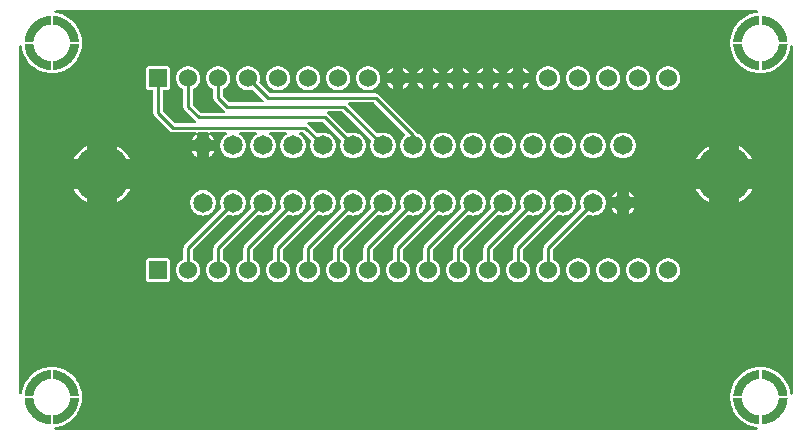
<source format=gtl>
G04 Layer: TopLayer*
G04 EasyEDA v6.5.22, 2023-04-21 16:03:43*
G04 4c68439a23b5444c8928c868920feb27,770f932475b44407b2c7c1ef503837d0,10*
G04 Gerber Generator version 0.2*
G04 Scale: 100 percent, Rotated: No, Reflected: No *
G04 Dimensions in millimeters *
G04 leading zeros omitted , absolute positions ,4 integer and 5 decimal *
%FSLAX45Y45*%
%MOMM*%

%AMMACRO1*21,1,$1,$2,0,0,$3*%
%ADD10C,0.2540*%
%ADD11MACRO1,1.524X1.524X-90.0000*%
%ADD12C,1.5240*%
%ADD13C,1.6500*%
%ADD14C,4.8750*%
%ADD15C,0.0106*%

%LPD*%
G36*
X-5967780Y-3274110D02*
G01*
X-5972048Y-3273145D01*
X-5975502Y-3270554D01*
X-5977534Y-3266795D01*
X-5977839Y-3262477D01*
X-5976315Y-3258413D01*
X-5973267Y-3255365D01*
X-5969203Y-3253892D01*
X-5957773Y-3252215D01*
X-5942584Y-3249218D01*
X-5927648Y-3245256D01*
X-5920181Y-3242970D01*
X-5912815Y-3240430D01*
X-5898438Y-3234690D01*
X-5884367Y-3228086D01*
X-5870752Y-3220669D01*
X-5857595Y-3212439D01*
X-5845048Y-3203397D01*
X-5838901Y-3198622D01*
X-5827166Y-3188462D01*
X-5821527Y-3183178D01*
X-5810707Y-3172002D01*
X-5805576Y-3166211D01*
X-5795873Y-3154070D01*
X-5786932Y-3141421D01*
X-5782665Y-3134868D01*
X-5774893Y-3121456D01*
X-5767984Y-3107588D01*
X-5764784Y-3100527D01*
X-5759196Y-3086100D01*
X-5756656Y-3078734D01*
X-5754370Y-3071317D01*
X-5750458Y-3056280D01*
X-5747512Y-3041091D01*
X-5745530Y-3025698D01*
X-5744819Y-3017926D01*
X-5744514Y-3011728D01*
X-5744819Y-3005124D01*
X-5745988Y-2999892D01*
X-5744921Y-2994812D01*
X-5744514Y-2988208D01*
X-5745632Y-2973222D01*
X-5746546Y-2965500D01*
X-5747715Y-2957830D01*
X-5750814Y-2942590D01*
X-5752592Y-2935071D01*
X-5757011Y-2920187D01*
X-5762294Y-2905607D01*
X-5765241Y-2898444D01*
X-5771896Y-2884424D01*
X-5775452Y-2877566D01*
X-5783326Y-2864154D01*
X-5791962Y-2851251D01*
X-5796534Y-2845003D01*
X-5806338Y-2832963D01*
X-5816803Y-2821533D01*
X-5822289Y-2816047D01*
X-5833821Y-2805633D01*
X-5845860Y-2795879D01*
X-5858510Y-2786938D01*
X-5871718Y-2778709D01*
X-5885383Y-2771343D01*
X-5899454Y-2764840D01*
X-5913932Y-2759151D01*
X-5928664Y-2754376D01*
X-5943650Y-2750515D01*
X-5951270Y-2748889D01*
X-5966561Y-2746400D01*
X-5982004Y-2744825D01*
X-5988253Y-2744470D01*
X-5994806Y-2744876D01*
X-6000038Y-2745994D01*
X-6005169Y-2744876D01*
X-6011722Y-2744520D01*
X-6019038Y-2744927D01*
X-6026810Y-2745638D01*
X-6042152Y-2747772D01*
X-6049772Y-2749143D01*
X-6064961Y-2752648D01*
X-6079744Y-2757017D01*
X-6094323Y-2762300D01*
X-6108598Y-2768498D01*
X-6115558Y-2771851D01*
X-6129172Y-2779318D01*
X-6142329Y-2787548D01*
X-6154928Y-2796590D01*
X-6167018Y-2806344D01*
X-6172860Y-2811475D01*
X-6183884Y-2822346D01*
X-6194399Y-2833776D01*
X-6204102Y-2845917D01*
X-6213043Y-2858516D01*
X-6217310Y-2865120D01*
X-6225082Y-2878531D01*
X-6232042Y-2892399D01*
X-6238087Y-2906623D01*
X-6240830Y-2913888D01*
X-6245656Y-2928670D01*
X-6249517Y-2943656D01*
X-6252464Y-2958846D01*
X-6253835Y-2968853D01*
X-6255410Y-2972917D01*
X-6258407Y-2975965D01*
X-6262420Y-2977489D01*
X-6266738Y-2977184D01*
X-6270599Y-2975102D01*
X-6273139Y-2971647D01*
X-6274054Y-2967431D01*
X-6274054Y-32258D01*
X-6273139Y-28041D01*
X-6270599Y-24587D01*
X-6266738Y-22504D01*
X-6262420Y-22199D01*
X-6258407Y-23723D01*
X-6255410Y-26771D01*
X-6253835Y-30835D01*
X-6252210Y-42214D01*
X-6249212Y-57404D01*
X-6245250Y-72390D01*
X-6242964Y-79806D01*
X-6240424Y-87122D01*
X-6234684Y-101549D01*
X-6231534Y-108610D01*
X-6228130Y-115570D01*
X-6220714Y-129235D01*
X-6212484Y-142341D01*
X-6208064Y-148742D01*
X-6198616Y-161086D01*
X-6188506Y-172821D01*
X-6177635Y-183946D01*
X-6166154Y-194360D01*
X-6160211Y-199339D01*
X-6147816Y-208686D01*
X-6134862Y-217271D01*
X-6128207Y-221284D01*
X-6114592Y-228650D01*
X-6100572Y-235153D01*
X-6086043Y-240842D01*
X-6071311Y-245617D01*
X-6056274Y-249478D01*
X-6048756Y-251104D01*
X-6033363Y-253593D01*
X-6025692Y-254508D01*
X-6011722Y-255524D01*
X-6005118Y-255117D01*
X-5999937Y-254000D01*
X-5994755Y-255066D01*
X-5988253Y-255473D01*
X-5980938Y-255066D01*
X-5973165Y-254355D01*
X-5957824Y-252221D01*
X-5942584Y-249224D01*
X-5927648Y-245262D01*
X-5920181Y-242976D01*
X-5912815Y-240436D01*
X-5898438Y-234696D01*
X-5884367Y-228092D01*
X-5870752Y-220675D01*
X-5857595Y-212445D01*
X-5845048Y-203403D01*
X-5838901Y-198628D01*
X-5827166Y-188468D01*
X-5821527Y-183184D01*
X-5810707Y-172008D01*
X-5805576Y-166217D01*
X-5795873Y-154076D01*
X-5786932Y-141427D01*
X-5782665Y-134874D01*
X-5774893Y-121462D01*
X-5767984Y-107594D01*
X-5764784Y-100533D01*
X-5759196Y-86106D01*
X-5756656Y-78740D01*
X-5754370Y-71323D01*
X-5750458Y-56286D01*
X-5747512Y-41097D01*
X-5745530Y-25704D01*
X-5744819Y-17932D01*
X-5744514Y-11734D01*
X-5744819Y-5130D01*
X-5745988Y101D01*
X-5744921Y5181D01*
X-5744514Y11785D01*
X-5745632Y26771D01*
X-5746546Y34493D01*
X-5747715Y42164D01*
X-5750814Y57404D01*
X-5752592Y64922D01*
X-5757011Y79806D01*
X-5762294Y94386D01*
X-5765241Y101549D01*
X-5771896Y115570D01*
X-5775452Y122428D01*
X-5783326Y135839D01*
X-5791962Y148742D01*
X-5796534Y154990D01*
X-5806338Y167030D01*
X-5816803Y178460D01*
X-5822289Y183946D01*
X-5833821Y194360D01*
X-5845860Y204114D01*
X-5858510Y213055D01*
X-5871718Y221284D01*
X-5885383Y228650D01*
X-5899454Y235153D01*
X-5913932Y240842D01*
X-5928664Y245617D01*
X-5943650Y249478D01*
X-5958890Y252475D01*
X-5968847Y253847D01*
X-5972911Y255371D01*
X-5976010Y258419D01*
X-5977534Y262483D01*
X-5977178Y266801D01*
X-5975146Y270560D01*
X-5971692Y273151D01*
X-5967425Y274066D01*
X-32156Y274066D01*
X-27990Y273151D01*
X-24485Y270560D01*
X-22402Y266801D01*
X-22148Y262483D01*
X-23672Y258419D01*
X-26670Y255371D01*
X-30733Y253898D01*
X-42265Y252221D01*
X-57404Y249224D01*
X-72339Y245262D01*
X-79806Y242976D01*
X-87172Y240436D01*
X-101498Y234696D01*
X-115570Y228142D01*
X-129184Y220675D01*
X-142392Y212445D01*
X-154990Y203403D01*
X-166979Y193649D01*
X-178511Y183184D01*
X-189280Y172008D01*
X-199288Y160223D01*
X-208635Y147828D01*
X-213106Y141427D01*
X-221234Y128270D01*
X-228600Y114604D01*
X-235204Y100533D01*
X-240792Y86106D01*
X-243382Y78740D01*
X-247650Y63855D01*
X-249478Y56337D01*
X-252425Y41097D01*
X-253644Y33375D01*
X-255168Y17983D01*
X-255524Y11734D01*
X-255168Y5181D01*
X-254000Y-101D01*
X-255117Y-5181D01*
X-255473Y-11785D01*
X-254304Y-26771D01*
X-252272Y-42164D01*
X-249275Y-57404D01*
X-247396Y-64922D01*
X-243027Y-79806D01*
X-240487Y-87122D01*
X-234696Y-101549D01*
X-228092Y-115570D01*
X-220675Y-129235D01*
X-212445Y-142341D01*
X-203454Y-154990D01*
X-193649Y-167030D01*
X-183134Y-178460D01*
X-172059Y-189230D01*
X-160223Y-199339D01*
X-154127Y-204114D01*
X-141427Y-213055D01*
X-128219Y-221284D01*
X-114604Y-228650D01*
X-100533Y-235153D01*
X-93421Y-238099D01*
X-78790Y-243332D01*
X-63855Y-247650D01*
X-48717Y-251104D01*
X-33426Y-253593D01*
X-25704Y-254508D01*
X-11734Y-255524D01*
X-5130Y-255117D01*
X101Y-254000D01*
X5181Y-255066D01*
X11785Y-255473D01*
X19100Y-255066D01*
X26822Y-254355D01*
X42164Y-252221D01*
X57404Y-249224D01*
X72390Y-245262D01*
X79806Y-242976D01*
X94386Y-237693D01*
X108661Y-231495D01*
X115570Y-228142D01*
X129184Y-220675D01*
X135890Y-216662D01*
X148742Y-208025D01*
X161036Y-198628D01*
X167030Y-193649D01*
X178460Y-183184D01*
X189280Y-172008D01*
X194411Y-166217D01*
X204114Y-154076D01*
X213106Y-141427D01*
X221284Y-128270D01*
X228650Y-114604D01*
X235204Y-100533D01*
X240842Y-86106D01*
X243382Y-78740D01*
X247700Y-63855D01*
X251104Y-48717D01*
X252475Y-41097D01*
X253847Y-31089D01*
X255422Y-27025D01*
X258470Y-23977D01*
X262483Y-22453D01*
X266801Y-22758D01*
X270611Y-24841D01*
X273202Y-28295D01*
X274116Y-32512D01*
X274116Y-2967888D01*
X273202Y-2972104D01*
X270611Y-2975559D01*
X266801Y-2977642D01*
X262483Y-2977946D01*
X258470Y-2976422D01*
X255422Y-2973374D01*
X253847Y-2969310D01*
X252272Y-2957779D01*
X249224Y-2942590D01*
X247396Y-2935071D01*
X245313Y-2927604D01*
X240436Y-2912872D01*
X234696Y-2898444D01*
X231546Y-2891383D01*
X228142Y-2884424D01*
X220624Y-2870758D01*
X212445Y-2857652D01*
X203454Y-2845003D01*
X193649Y-2832963D01*
X183184Y-2821533D01*
X172008Y-2810764D01*
X160223Y-2800654D01*
X154127Y-2795879D01*
X141427Y-2786938D01*
X134924Y-2782722D01*
X121462Y-2774950D01*
X107645Y-2767990D01*
X93370Y-2761894D01*
X86106Y-2759151D01*
X71323Y-2754376D01*
X56337Y-2750515D01*
X41097Y-2747518D01*
X25654Y-2745486D01*
X11734Y-2744470D01*
X5130Y-2744876D01*
X-50Y-2745994D01*
X-5181Y-2744876D01*
X-11734Y-2744520D01*
X-19050Y-2744927D01*
X-34493Y-2746603D01*
X-49733Y-2749143D01*
X-57404Y-2750769D01*
X-72339Y-2754731D01*
X-79806Y-2757017D01*
X-87172Y-2759557D01*
X-101498Y-2765298D01*
X-115570Y-2771851D01*
X-129184Y-2779318D01*
X-142392Y-2787548D01*
X-154990Y-2796590D01*
X-166979Y-2806344D01*
X-178511Y-2816809D01*
X-189280Y-2827985D01*
X-199288Y-2839770D01*
X-208635Y-2852166D01*
X-213106Y-2858516D01*
X-221234Y-2871724D01*
X-228600Y-2885338D01*
X-235204Y-2899460D01*
X-240792Y-2913888D01*
X-243382Y-2921254D01*
X-247650Y-2936138D01*
X-249478Y-2943656D01*
X-252425Y-2958896D01*
X-253644Y-2966618D01*
X-255168Y-2982010D01*
X-255524Y-2988259D01*
X-255168Y-2994812D01*
X-254000Y-3000095D01*
X-255117Y-3005175D01*
X-255473Y-3011779D01*
X-254304Y-3026765D01*
X-252272Y-3042158D01*
X-249275Y-3057398D01*
X-247396Y-3064916D01*
X-243027Y-3079800D01*
X-240487Y-3087116D01*
X-234696Y-3101543D01*
X-228092Y-3115564D01*
X-220675Y-3129229D01*
X-212445Y-3142335D01*
X-203454Y-3154984D01*
X-193649Y-3167024D01*
X-183134Y-3178454D01*
X-172059Y-3189224D01*
X-160223Y-3199333D01*
X-154127Y-3204108D01*
X-141427Y-3213049D01*
X-128219Y-3221278D01*
X-114604Y-3228644D01*
X-100533Y-3235147D01*
X-93421Y-3238093D01*
X-78790Y-3243326D01*
X-63855Y-3247644D01*
X-48717Y-3251098D01*
X-41046Y-3252470D01*
X-31292Y-3253841D01*
X-27178Y-3255264D01*
X-24130Y-3258261D01*
X-22453Y-3262325D01*
X-22758Y-3266694D01*
X-24790Y-3270503D01*
X-28244Y-3273145D01*
X-32512Y-3274110D01*
G37*

%LPC*%
G36*
X-5175605Y-2027732D02*
G01*
X-5024323Y-2027732D01*
X-5018024Y-2026970D01*
X-5012537Y-2025091D01*
X-5007660Y-2021992D01*
X-5003546Y-2017928D01*
X-5000548Y-2013000D01*
X-4998618Y-2007565D01*
X-4997856Y-2001215D01*
X-4997856Y-1849983D01*
X-4998618Y-1843633D01*
X-5000548Y-1838198D01*
X-5003546Y-1833270D01*
X-5007660Y-1829206D01*
X-5012537Y-1826107D01*
X-5018024Y-1824228D01*
X-5024323Y-1823516D01*
X-5175605Y-1823516D01*
X-5181904Y-1824228D01*
X-5187391Y-1826107D01*
X-5192268Y-1829206D01*
X-5196433Y-1833270D01*
X-5199430Y-1838198D01*
X-5201361Y-1843633D01*
X-5202072Y-1849983D01*
X-5202072Y-2001215D01*
X-5201361Y-2007565D01*
X-5199430Y-2013000D01*
X-5196433Y-2017928D01*
X-5192268Y-2021992D01*
X-5187391Y-2025091D01*
X-5181904Y-2026970D01*
G37*
G36*
X-1042771Y-2027478D02*
G01*
X-1029157Y-2027478D01*
X-1015695Y-2025650D01*
X-1002537Y-2022043D01*
X-989939Y-2016709D01*
X-978204Y-2009749D01*
X-967486Y-2001316D01*
X-958087Y-1991512D01*
X-949909Y-1980539D01*
X-943406Y-1968550D01*
X-938530Y-1955850D01*
X-935329Y-1942592D01*
X-933958Y-1929028D01*
X-934415Y-1915363D01*
X-936650Y-1901952D01*
X-940714Y-1888896D01*
X-946454Y-1876552D01*
X-953769Y-1865020D01*
X-962609Y-1854606D01*
X-972769Y-1845462D01*
X-983996Y-1837740D01*
X-996187Y-1831593D01*
X-1008989Y-1827123D01*
X-1022350Y-1824431D01*
X-1035964Y-1823516D01*
X-1049578Y-1824431D01*
X-1062939Y-1827123D01*
X-1075842Y-1831593D01*
X-1088034Y-1837740D01*
X-1099261Y-1845462D01*
X-1109421Y-1854606D01*
X-1118209Y-1865020D01*
X-1125474Y-1876552D01*
X-1131214Y-1888896D01*
X-1135329Y-1901952D01*
X-1137564Y-1915363D01*
X-1138021Y-1929028D01*
X-1136650Y-1942592D01*
X-1133449Y-1955850D01*
X-1128572Y-1968550D01*
X-1122019Y-1980539D01*
X-1113942Y-1991512D01*
X-1104442Y-2001316D01*
X-1093724Y-2009749D01*
X-1081989Y-2016709D01*
X-1069492Y-2022043D01*
X-1056284Y-2025650D01*
G37*
G36*
X-1296771Y-2027478D02*
G01*
X-1283157Y-2027478D01*
X-1269695Y-2025650D01*
X-1256538Y-2022043D01*
X-1243939Y-2016709D01*
X-1232204Y-2009749D01*
X-1221486Y-2001316D01*
X-1212088Y-1991512D01*
X-1203909Y-1980539D01*
X-1197406Y-1968550D01*
X-1192530Y-1955850D01*
X-1189329Y-1942592D01*
X-1187958Y-1929028D01*
X-1188415Y-1915363D01*
X-1190650Y-1901952D01*
X-1194714Y-1888896D01*
X-1200454Y-1876552D01*
X-1207770Y-1865020D01*
X-1216609Y-1854606D01*
X-1226769Y-1845462D01*
X-1237996Y-1837740D01*
X-1250188Y-1831593D01*
X-1262989Y-1827123D01*
X-1276350Y-1824431D01*
X-1289964Y-1823516D01*
X-1303578Y-1824431D01*
X-1316939Y-1827123D01*
X-1329842Y-1831593D01*
X-1342034Y-1837740D01*
X-1353261Y-1845462D01*
X-1363421Y-1854606D01*
X-1372209Y-1865020D01*
X-1379474Y-1876552D01*
X-1385214Y-1888896D01*
X-1389329Y-1901952D01*
X-1391564Y-1915363D01*
X-1392021Y-1929028D01*
X-1390650Y-1942592D01*
X-1387449Y-1955850D01*
X-1382572Y-1968550D01*
X-1376019Y-1980539D01*
X-1367942Y-1991512D01*
X-1358442Y-2001316D01*
X-1347724Y-2009749D01*
X-1335989Y-2016709D01*
X-1323492Y-2022043D01*
X-1310284Y-2025650D01*
G37*
G36*
X-788771Y-2027478D02*
G01*
X-775157Y-2027478D01*
X-761695Y-2025650D01*
X-748538Y-2022043D01*
X-735939Y-2016709D01*
X-724204Y-2009749D01*
X-713486Y-2001316D01*
X-704088Y-1991512D01*
X-695909Y-1980539D01*
X-689406Y-1968550D01*
X-684530Y-1955850D01*
X-681329Y-1942592D01*
X-679958Y-1929028D01*
X-680415Y-1915363D01*
X-682650Y-1901952D01*
X-686714Y-1888896D01*
X-692454Y-1876552D01*
X-699770Y-1865020D01*
X-708609Y-1854606D01*
X-718769Y-1845462D01*
X-729996Y-1837740D01*
X-742188Y-1831593D01*
X-754989Y-1827123D01*
X-768350Y-1824431D01*
X-781964Y-1823516D01*
X-795578Y-1824431D01*
X-808939Y-1827123D01*
X-821842Y-1831593D01*
X-834034Y-1837740D01*
X-845261Y-1845462D01*
X-855421Y-1854606D01*
X-864209Y-1865020D01*
X-871474Y-1876552D01*
X-877214Y-1888896D01*
X-881329Y-1901952D01*
X-883564Y-1915363D01*
X-884021Y-1929028D01*
X-882650Y-1942592D01*
X-879449Y-1955850D01*
X-874572Y-1968550D01*
X-868019Y-1980539D01*
X-859942Y-1991512D01*
X-850442Y-2001316D01*
X-839724Y-2009749D01*
X-827989Y-2016709D01*
X-815492Y-2022043D01*
X-802284Y-2025650D01*
G37*
G36*
X-1550771Y-2027478D02*
G01*
X-1537157Y-2027478D01*
X-1523695Y-2025650D01*
X-1510538Y-2022043D01*
X-1497939Y-2016709D01*
X-1486204Y-2009749D01*
X-1475486Y-2001316D01*
X-1466088Y-1991512D01*
X-1457909Y-1980539D01*
X-1451406Y-1968550D01*
X-1446530Y-1955850D01*
X-1443329Y-1942592D01*
X-1441958Y-1929028D01*
X-1442415Y-1915363D01*
X-1444650Y-1901952D01*
X-1448714Y-1888896D01*
X-1454454Y-1876552D01*
X-1461770Y-1865020D01*
X-1470609Y-1854606D01*
X-1480769Y-1845462D01*
X-1491996Y-1837740D01*
X-1504188Y-1831593D01*
X-1516989Y-1827123D01*
X-1530350Y-1824431D01*
X-1543964Y-1823516D01*
X-1557578Y-1824431D01*
X-1570939Y-1827123D01*
X-1583842Y-1831593D01*
X-1596034Y-1837740D01*
X-1607261Y-1845462D01*
X-1617421Y-1854606D01*
X-1626209Y-1865020D01*
X-1633474Y-1876552D01*
X-1639214Y-1888896D01*
X-1643329Y-1901952D01*
X-1645564Y-1915363D01*
X-1646021Y-1929028D01*
X-1644650Y-1942592D01*
X-1641449Y-1955850D01*
X-1636572Y-1968550D01*
X-1630019Y-1980539D01*
X-1621942Y-1991512D01*
X-1612442Y-2001316D01*
X-1601724Y-2009749D01*
X-1589989Y-2016709D01*
X-1577492Y-2022043D01*
X-1564284Y-2025650D01*
G37*
G36*
X-4598771Y-2027478D02*
G01*
X-4585157Y-2027478D01*
X-4571695Y-2025650D01*
X-4558538Y-2022043D01*
X-4545939Y-2016709D01*
X-4534204Y-2009749D01*
X-4523486Y-2001316D01*
X-4514037Y-1991512D01*
X-4505909Y-1980539D01*
X-4499406Y-1968550D01*
X-4494530Y-1955850D01*
X-4491278Y-1942592D01*
X-4489958Y-1929028D01*
X-4490415Y-1915363D01*
X-4492650Y-1901952D01*
X-4496714Y-1888896D01*
X-4502454Y-1876552D01*
X-4509770Y-1865020D01*
X-4518558Y-1854606D01*
X-4528769Y-1845462D01*
X-4539996Y-1837740D01*
X-4547819Y-1833778D01*
X-4550714Y-1831543D01*
X-4552696Y-1828393D01*
X-4553356Y-1824736D01*
X-4553356Y-1755292D01*
X-4552645Y-1751431D01*
X-4550359Y-1748129D01*
X-4259935Y-1457655D01*
X-4256836Y-1455572D01*
X-4253230Y-1454708D01*
X-4249470Y-1455216D01*
X-4239056Y-1458772D01*
X-4225137Y-1461566D01*
X-4210964Y-1462481D01*
X-4196842Y-1461566D01*
X-4182922Y-1458772D01*
X-4169511Y-1454251D01*
X-4156760Y-1447952D01*
X-4144975Y-1440078D01*
X-4134307Y-1430731D01*
X-4124960Y-1420063D01*
X-4117086Y-1408277D01*
X-4110837Y-1395577D01*
X-4106265Y-1382166D01*
X-4103522Y-1368247D01*
X-4102557Y-1354124D01*
X-4103522Y-1339951D01*
X-4106265Y-1326032D01*
X-4110837Y-1312621D01*
X-4117086Y-1299921D01*
X-4124960Y-1288135D01*
X-4134307Y-1277467D01*
X-4144975Y-1268120D01*
X-4156760Y-1260246D01*
X-4169511Y-1253947D01*
X-4182922Y-1249426D01*
X-4196842Y-1246632D01*
X-4210964Y-1245717D01*
X-4225137Y-1246632D01*
X-4239056Y-1249426D01*
X-4252468Y-1253947D01*
X-4265168Y-1260246D01*
X-4276953Y-1268120D01*
X-4287621Y-1277467D01*
X-4296968Y-1288135D01*
X-4304842Y-1299921D01*
X-4311091Y-1312621D01*
X-4315714Y-1326032D01*
X-4318406Y-1339951D01*
X-4319371Y-1354124D01*
X-4318406Y-1368247D01*
X-4315714Y-1382166D01*
X-4312107Y-1392631D01*
X-4311599Y-1396339D01*
X-4312412Y-1399997D01*
X-4314545Y-1403096D01*
X-4618939Y-1707438D01*
X-4624019Y-1713687D01*
X-4627575Y-1720342D01*
X-4629810Y-1727555D01*
X-4630572Y-1735582D01*
X-4630572Y-1824736D01*
X-4631283Y-1828393D01*
X-4633264Y-1831543D01*
X-4636211Y-1833829D01*
X-4644034Y-1837740D01*
X-4655261Y-1845462D01*
X-4665421Y-1854606D01*
X-4674209Y-1865020D01*
X-4681474Y-1876552D01*
X-4687214Y-1888896D01*
X-4691329Y-1901952D01*
X-4693513Y-1915363D01*
X-4693970Y-1929028D01*
X-4692650Y-1942592D01*
X-4689449Y-1955850D01*
X-4684572Y-1968550D01*
X-4678019Y-1980539D01*
X-4669942Y-1991512D01*
X-4660442Y-2001316D01*
X-4649724Y-2009749D01*
X-4637989Y-2016709D01*
X-4625492Y-2022043D01*
X-4612284Y-2025650D01*
G37*
G36*
X-4852771Y-2027478D02*
G01*
X-4839157Y-2027478D01*
X-4825695Y-2025650D01*
X-4812538Y-2022043D01*
X-4799939Y-2016709D01*
X-4788204Y-2009749D01*
X-4777486Y-2001316D01*
X-4768037Y-1991512D01*
X-4759909Y-1980539D01*
X-4753406Y-1968550D01*
X-4748530Y-1955850D01*
X-4745278Y-1942592D01*
X-4743958Y-1929028D01*
X-4744415Y-1915363D01*
X-4746650Y-1901952D01*
X-4750714Y-1888896D01*
X-4756454Y-1876552D01*
X-4763770Y-1865020D01*
X-4772558Y-1854606D01*
X-4782769Y-1845462D01*
X-4793996Y-1837740D01*
X-4801819Y-1833778D01*
X-4804714Y-1831543D01*
X-4806696Y-1828393D01*
X-4807356Y-1824736D01*
X-4807356Y-1755292D01*
X-4806645Y-1751431D01*
X-4804359Y-1748129D01*
X-4513935Y-1457655D01*
X-4510836Y-1455572D01*
X-4507230Y-1454708D01*
X-4503470Y-1455216D01*
X-4493056Y-1458772D01*
X-4479137Y-1461566D01*
X-4464964Y-1462481D01*
X-4450842Y-1461566D01*
X-4436922Y-1458772D01*
X-4423511Y-1454251D01*
X-4410760Y-1447952D01*
X-4398975Y-1440078D01*
X-4388307Y-1430731D01*
X-4378960Y-1420063D01*
X-4371086Y-1408277D01*
X-4364837Y-1395577D01*
X-4360265Y-1382166D01*
X-4357522Y-1368247D01*
X-4356557Y-1354124D01*
X-4357522Y-1339951D01*
X-4360265Y-1326032D01*
X-4364837Y-1312621D01*
X-4371086Y-1299921D01*
X-4378960Y-1288135D01*
X-4388307Y-1277467D01*
X-4398975Y-1268120D01*
X-4410760Y-1260246D01*
X-4423511Y-1253947D01*
X-4436922Y-1249426D01*
X-4450842Y-1246632D01*
X-4464964Y-1245717D01*
X-4479137Y-1246632D01*
X-4493056Y-1249426D01*
X-4506468Y-1253947D01*
X-4519168Y-1260246D01*
X-4530953Y-1268120D01*
X-4541621Y-1277467D01*
X-4550968Y-1288135D01*
X-4558842Y-1299921D01*
X-4565091Y-1312621D01*
X-4569714Y-1326032D01*
X-4572406Y-1339951D01*
X-4573371Y-1354124D01*
X-4572406Y-1368247D01*
X-4569714Y-1382166D01*
X-4566107Y-1392631D01*
X-4565599Y-1396339D01*
X-4566412Y-1399997D01*
X-4568545Y-1403096D01*
X-4872939Y-1707438D01*
X-4878019Y-1713687D01*
X-4881575Y-1720342D01*
X-4883810Y-1727555D01*
X-4884572Y-1735582D01*
X-4884572Y-1824736D01*
X-4885283Y-1828393D01*
X-4887264Y-1831543D01*
X-4890211Y-1833829D01*
X-4898034Y-1837740D01*
X-4909261Y-1845462D01*
X-4919421Y-1854606D01*
X-4928209Y-1865020D01*
X-4935474Y-1876552D01*
X-4941214Y-1888896D01*
X-4945329Y-1901952D01*
X-4947513Y-1915363D01*
X-4947970Y-1929028D01*
X-4946650Y-1942592D01*
X-4943449Y-1955850D01*
X-4938572Y-1968550D01*
X-4932019Y-1980539D01*
X-4923942Y-1991512D01*
X-4914442Y-2001316D01*
X-4903724Y-2009749D01*
X-4891989Y-2016709D01*
X-4879492Y-2022043D01*
X-4866284Y-2025650D01*
G37*
G36*
X-3836771Y-2027478D02*
G01*
X-3823157Y-2027478D01*
X-3809695Y-2025650D01*
X-3796537Y-2022043D01*
X-3783939Y-2016709D01*
X-3772204Y-2009749D01*
X-3761486Y-2001316D01*
X-3752037Y-1991512D01*
X-3743909Y-1980539D01*
X-3737406Y-1968550D01*
X-3732529Y-1955850D01*
X-3729278Y-1942592D01*
X-3727958Y-1929028D01*
X-3728415Y-1915363D01*
X-3730650Y-1901952D01*
X-3734714Y-1888896D01*
X-3740454Y-1876552D01*
X-3747770Y-1865020D01*
X-3756609Y-1854606D01*
X-3766769Y-1845462D01*
X-3777996Y-1837740D01*
X-3785819Y-1833829D01*
X-3788714Y-1831543D01*
X-3790696Y-1828393D01*
X-3791356Y-1824736D01*
X-3791356Y-1755292D01*
X-3790645Y-1751431D01*
X-3788359Y-1748129D01*
X-3497935Y-1457655D01*
X-3494836Y-1455572D01*
X-3491229Y-1454708D01*
X-3487470Y-1455216D01*
X-3477056Y-1458772D01*
X-3463137Y-1461566D01*
X-3448964Y-1462481D01*
X-3434842Y-1461566D01*
X-3420922Y-1458772D01*
X-3407511Y-1454251D01*
X-3394760Y-1447952D01*
X-3382975Y-1440078D01*
X-3372307Y-1430731D01*
X-3362960Y-1420063D01*
X-3355086Y-1408277D01*
X-3348837Y-1395577D01*
X-3344265Y-1382166D01*
X-3341522Y-1368247D01*
X-3340557Y-1354124D01*
X-3341522Y-1339951D01*
X-3344265Y-1326032D01*
X-3348837Y-1312621D01*
X-3355086Y-1299921D01*
X-3362960Y-1288135D01*
X-3372307Y-1277467D01*
X-3382975Y-1268120D01*
X-3394760Y-1260246D01*
X-3407511Y-1253947D01*
X-3420922Y-1249426D01*
X-3434842Y-1246632D01*
X-3448964Y-1245717D01*
X-3463137Y-1246632D01*
X-3477056Y-1249426D01*
X-3490468Y-1253947D01*
X-3503168Y-1260246D01*
X-3514953Y-1268120D01*
X-3525621Y-1277467D01*
X-3534968Y-1288135D01*
X-3542842Y-1299921D01*
X-3549091Y-1312621D01*
X-3553714Y-1326032D01*
X-3556406Y-1339951D01*
X-3557371Y-1354124D01*
X-3556406Y-1368247D01*
X-3553714Y-1382166D01*
X-3550107Y-1392631D01*
X-3549599Y-1396339D01*
X-3550412Y-1399997D01*
X-3552545Y-1403096D01*
X-3856939Y-1707438D01*
X-3862019Y-1713687D01*
X-3865575Y-1720342D01*
X-3867810Y-1727555D01*
X-3868572Y-1735582D01*
X-3868572Y-1824736D01*
X-3869283Y-1828393D01*
X-3871264Y-1831543D01*
X-3874211Y-1833829D01*
X-3882034Y-1837740D01*
X-3893261Y-1845462D01*
X-3903421Y-1854606D01*
X-3912209Y-1865020D01*
X-3919474Y-1876552D01*
X-3925214Y-1888896D01*
X-3929329Y-1901952D01*
X-3931564Y-1915363D01*
X-3931970Y-1929028D01*
X-3930650Y-1942592D01*
X-3927449Y-1955850D01*
X-3922572Y-1968550D01*
X-3916019Y-1980539D01*
X-3907942Y-1991512D01*
X-3898442Y-2001316D01*
X-3887724Y-2009749D01*
X-3875989Y-2016709D01*
X-3863492Y-2022043D01*
X-3850284Y-2025650D01*
G37*
G36*
X-3582771Y-2027478D02*
G01*
X-3569157Y-2027478D01*
X-3555695Y-2025650D01*
X-3542537Y-2022043D01*
X-3529939Y-2016709D01*
X-3518204Y-2009749D01*
X-3507486Y-2001316D01*
X-3498037Y-1991512D01*
X-3489909Y-1980539D01*
X-3483406Y-1968550D01*
X-3478529Y-1955850D01*
X-3475278Y-1942592D01*
X-3473958Y-1929028D01*
X-3474415Y-1915363D01*
X-3476650Y-1901952D01*
X-3480714Y-1888896D01*
X-3486454Y-1876552D01*
X-3493770Y-1865020D01*
X-3502609Y-1854606D01*
X-3512769Y-1845462D01*
X-3523996Y-1837740D01*
X-3531819Y-1833829D01*
X-3534714Y-1831543D01*
X-3536696Y-1828393D01*
X-3537356Y-1824736D01*
X-3537356Y-1755292D01*
X-3536645Y-1751431D01*
X-3534359Y-1748129D01*
X-3243935Y-1457655D01*
X-3240836Y-1455572D01*
X-3237230Y-1454708D01*
X-3233470Y-1455216D01*
X-3223056Y-1458772D01*
X-3209137Y-1461566D01*
X-3194964Y-1462481D01*
X-3180842Y-1461566D01*
X-3166922Y-1458772D01*
X-3153511Y-1454251D01*
X-3140760Y-1447952D01*
X-3128975Y-1440078D01*
X-3118307Y-1430731D01*
X-3108960Y-1420063D01*
X-3101086Y-1408277D01*
X-3094837Y-1395577D01*
X-3090265Y-1382166D01*
X-3087522Y-1368247D01*
X-3086557Y-1354124D01*
X-3087522Y-1339951D01*
X-3090265Y-1326032D01*
X-3094837Y-1312621D01*
X-3101086Y-1299921D01*
X-3108960Y-1288135D01*
X-3118307Y-1277467D01*
X-3128975Y-1268120D01*
X-3140760Y-1260246D01*
X-3153511Y-1253947D01*
X-3166922Y-1249426D01*
X-3180842Y-1246632D01*
X-3194964Y-1245717D01*
X-3209137Y-1246632D01*
X-3223056Y-1249426D01*
X-3236468Y-1253947D01*
X-3249168Y-1260246D01*
X-3260953Y-1268120D01*
X-3271621Y-1277467D01*
X-3280968Y-1288135D01*
X-3288842Y-1299921D01*
X-3295091Y-1312621D01*
X-3299714Y-1326032D01*
X-3302406Y-1339951D01*
X-3303371Y-1354124D01*
X-3302406Y-1368247D01*
X-3299714Y-1382166D01*
X-3296107Y-1392631D01*
X-3295599Y-1396339D01*
X-3296412Y-1399997D01*
X-3298545Y-1403096D01*
X-3602939Y-1707438D01*
X-3608019Y-1713687D01*
X-3611575Y-1720342D01*
X-3613810Y-1727555D01*
X-3614572Y-1735582D01*
X-3614572Y-1824736D01*
X-3615283Y-1828393D01*
X-3617264Y-1831543D01*
X-3620211Y-1833829D01*
X-3628034Y-1837740D01*
X-3639261Y-1845462D01*
X-3649421Y-1854606D01*
X-3658209Y-1865020D01*
X-3665474Y-1876552D01*
X-3671214Y-1888896D01*
X-3675329Y-1901952D01*
X-3677564Y-1915363D01*
X-3677970Y-1929028D01*
X-3676650Y-1942592D01*
X-3673449Y-1955850D01*
X-3668572Y-1968550D01*
X-3662019Y-1980539D01*
X-3653942Y-1991512D01*
X-3644442Y-2001316D01*
X-3633724Y-2009749D01*
X-3621989Y-2016709D01*
X-3609492Y-2022043D01*
X-3596284Y-2025650D01*
G37*
G36*
X-4090771Y-2027478D02*
G01*
X-4077157Y-2027478D01*
X-4063695Y-2025650D01*
X-4050537Y-2022043D01*
X-4037939Y-2016709D01*
X-4026204Y-2009749D01*
X-4015486Y-2001316D01*
X-4006037Y-1991512D01*
X-3997909Y-1980539D01*
X-3991406Y-1968550D01*
X-3986529Y-1955850D01*
X-3983278Y-1942592D01*
X-3981958Y-1929028D01*
X-3982415Y-1915363D01*
X-3984650Y-1901952D01*
X-3988714Y-1888896D01*
X-3994454Y-1876552D01*
X-4001770Y-1865020D01*
X-4010609Y-1854606D01*
X-4020769Y-1845462D01*
X-4031996Y-1837740D01*
X-4039819Y-1833829D01*
X-4042714Y-1831543D01*
X-4044696Y-1828393D01*
X-4045356Y-1824736D01*
X-4045356Y-1755292D01*
X-4044645Y-1751431D01*
X-4042359Y-1748129D01*
X-3751935Y-1457655D01*
X-3748836Y-1455572D01*
X-3745229Y-1454708D01*
X-3741470Y-1455216D01*
X-3731056Y-1458772D01*
X-3717137Y-1461566D01*
X-3702964Y-1462481D01*
X-3688842Y-1461566D01*
X-3674922Y-1458772D01*
X-3661511Y-1454251D01*
X-3648760Y-1447952D01*
X-3636975Y-1440078D01*
X-3626307Y-1430731D01*
X-3616960Y-1420063D01*
X-3609086Y-1408277D01*
X-3602837Y-1395577D01*
X-3598265Y-1382166D01*
X-3595522Y-1368247D01*
X-3594557Y-1354124D01*
X-3595522Y-1339951D01*
X-3598265Y-1326032D01*
X-3602837Y-1312621D01*
X-3609086Y-1299921D01*
X-3616960Y-1288135D01*
X-3626307Y-1277467D01*
X-3636975Y-1268120D01*
X-3648760Y-1260246D01*
X-3661511Y-1253947D01*
X-3674922Y-1249426D01*
X-3688842Y-1246632D01*
X-3702964Y-1245717D01*
X-3717137Y-1246632D01*
X-3731056Y-1249426D01*
X-3744468Y-1253947D01*
X-3757168Y-1260246D01*
X-3768953Y-1268120D01*
X-3779621Y-1277467D01*
X-3788968Y-1288135D01*
X-3796842Y-1299921D01*
X-3803091Y-1312621D01*
X-3807714Y-1326032D01*
X-3810406Y-1339951D01*
X-3811371Y-1354124D01*
X-3810406Y-1368247D01*
X-3807714Y-1382166D01*
X-3804107Y-1392631D01*
X-3803599Y-1396339D01*
X-3804412Y-1399997D01*
X-3806545Y-1403096D01*
X-4110939Y-1707438D01*
X-4116019Y-1713687D01*
X-4119575Y-1720342D01*
X-4121810Y-1727555D01*
X-4122572Y-1735582D01*
X-4122572Y-1824736D01*
X-4123283Y-1828393D01*
X-4125264Y-1831543D01*
X-4128211Y-1833829D01*
X-4136034Y-1837740D01*
X-4147261Y-1845462D01*
X-4157421Y-1854606D01*
X-4166209Y-1865020D01*
X-4173474Y-1876552D01*
X-4179214Y-1888896D01*
X-4183329Y-1901952D01*
X-4185564Y-1915363D01*
X-4185970Y-1929028D01*
X-4184650Y-1942592D01*
X-4181449Y-1955850D01*
X-4176572Y-1968550D01*
X-4170019Y-1980539D01*
X-4161942Y-1991512D01*
X-4152442Y-2001316D01*
X-4141724Y-2009749D01*
X-4129989Y-2016709D01*
X-4117492Y-2022043D01*
X-4104284Y-2025650D01*
G37*
G36*
X-3328771Y-2027478D02*
G01*
X-3315157Y-2027478D01*
X-3301695Y-2025650D01*
X-3288537Y-2022043D01*
X-3275939Y-2016709D01*
X-3264204Y-2009749D01*
X-3253486Y-2001316D01*
X-3244037Y-1991512D01*
X-3235909Y-1980539D01*
X-3229406Y-1968550D01*
X-3224530Y-1955850D01*
X-3221278Y-1942592D01*
X-3219958Y-1929028D01*
X-3220415Y-1915363D01*
X-3222650Y-1901952D01*
X-3226714Y-1888896D01*
X-3232454Y-1876552D01*
X-3239770Y-1865020D01*
X-3248609Y-1854606D01*
X-3258769Y-1845462D01*
X-3269996Y-1837740D01*
X-3277819Y-1833829D01*
X-3280765Y-1831543D01*
X-3282696Y-1828393D01*
X-3283356Y-1824736D01*
X-3283356Y-1755292D01*
X-3282645Y-1751431D01*
X-3280359Y-1748129D01*
X-2989935Y-1457655D01*
X-2986836Y-1455572D01*
X-2983230Y-1454708D01*
X-2979470Y-1455216D01*
X-2969056Y-1458772D01*
X-2955137Y-1461566D01*
X-2940964Y-1462481D01*
X-2926842Y-1461566D01*
X-2912922Y-1458772D01*
X-2899511Y-1454251D01*
X-2886760Y-1447952D01*
X-2874975Y-1440078D01*
X-2864307Y-1430731D01*
X-2854960Y-1420063D01*
X-2847086Y-1408277D01*
X-2840837Y-1395577D01*
X-2836265Y-1382166D01*
X-2833522Y-1368247D01*
X-2832557Y-1354124D01*
X-2833522Y-1339951D01*
X-2836265Y-1326032D01*
X-2840837Y-1312621D01*
X-2847086Y-1299921D01*
X-2854960Y-1288135D01*
X-2864307Y-1277467D01*
X-2874975Y-1268120D01*
X-2886760Y-1260246D01*
X-2899511Y-1253947D01*
X-2912922Y-1249426D01*
X-2926842Y-1246632D01*
X-2940964Y-1245717D01*
X-2955137Y-1246632D01*
X-2969056Y-1249426D01*
X-2982468Y-1253947D01*
X-2995168Y-1260246D01*
X-3006953Y-1268120D01*
X-3017621Y-1277467D01*
X-3026968Y-1288135D01*
X-3034842Y-1299921D01*
X-3041091Y-1312621D01*
X-3045714Y-1326032D01*
X-3048406Y-1339951D01*
X-3049371Y-1354124D01*
X-3048406Y-1368247D01*
X-3045714Y-1382166D01*
X-3042107Y-1392631D01*
X-3041599Y-1396339D01*
X-3042412Y-1399997D01*
X-3044545Y-1403096D01*
X-3348939Y-1707438D01*
X-3354019Y-1713687D01*
X-3357575Y-1720342D01*
X-3359810Y-1727555D01*
X-3360572Y-1735582D01*
X-3360572Y-1824736D01*
X-3361283Y-1828393D01*
X-3363264Y-1831543D01*
X-3366211Y-1833829D01*
X-3374034Y-1837740D01*
X-3385261Y-1845462D01*
X-3395421Y-1854606D01*
X-3404209Y-1865020D01*
X-3411474Y-1876552D01*
X-3417214Y-1888896D01*
X-3421329Y-1901952D01*
X-3423564Y-1915363D01*
X-3423970Y-1929028D01*
X-3422650Y-1942592D01*
X-3419449Y-1955850D01*
X-3414572Y-1968550D01*
X-3408019Y-1980539D01*
X-3399942Y-1991512D01*
X-3390442Y-2001316D01*
X-3379724Y-2009749D01*
X-3367989Y-2016709D01*
X-3355492Y-2022043D01*
X-3342284Y-2025650D01*
G37*
G36*
X-4344771Y-2027478D02*
G01*
X-4331157Y-2027478D01*
X-4317695Y-2025650D01*
X-4304538Y-2022043D01*
X-4291939Y-2016709D01*
X-4280204Y-2009749D01*
X-4269486Y-2001316D01*
X-4260037Y-1991512D01*
X-4251909Y-1980539D01*
X-4245406Y-1968550D01*
X-4240530Y-1955850D01*
X-4237278Y-1942592D01*
X-4235958Y-1929028D01*
X-4236415Y-1915363D01*
X-4238650Y-1901952D01*
X-4242714Y-1888896D01*
X-4248454Y-1876552D01*
X-4255770Y-1865020D01*
X-4264609Y-1854606D01*
X-4274769Y-1845462D01*
X-4285996Y-1837740D01*
X-4293819Y-1833829D01*
X-4296714Y-1831543D01*
X-4298696Y-1828393D01*
X-4299356Y-1824736D01*
X-4299356Y-1755292D01*
X-4298645Y-1751431D01*
X-4296359Y-1748129D01*
X-4005935Y-1457655D01*
X-4002836Y-1455572D01*
X-3999229Y-1454708D01*
X-3995470Y-1455216D01*
X-3985056Y-1458772D01*
X-3971137Y-1461566D01*
X-3956964Y-1462481D01*
X-3942842Y-1461566D01*
X-3928922Y-1458772D01*
X-3915511Y-1454251D01*
X-3902760Y-1447952D01*
X-3890975Y-1440078D01*
X-3880307Y-1430731D01*
X-3870960Y-1420063D01*
X-3863086Y-1408277D01*
X-3856837Y-1395577D01*
X-3852265Y-1382166D01*
X-3849522Y-1368247D01*
X-3848557Y-1354124D01*
X-3849522Y-1339951D01*
X-3852265Y-1326032D01*
X-3856837Y-1312621D01*
X-3863086Y-1299921D01*
X-3870960Y-1288135D01*
X-3880307Y-1277467D01*
X-3890975Y-1268120D01*
X-3902760Y-1260246D01*
X-3915511Y-1253947D01*
X-3928922Y-1249426D01*
X-3942842Y-1246632D01*
X-3956964Y-1245717D01*
X-3971137Y-1246632D01*
X-3985056Y-1249426D01*
X-3998468Y-1253947D01*
X-4011168Y-1260246D01*
X-4022953Y-1268120D01*
X-4033621Y-1277467D01*
X-4042968Y-1288135D01*
X-4050842Y-1299921D01*
X-4057091Y-1312621D01*
X-4061714Y-1326032D01*
X-4064406Y-1339951D01*
X-4065371Y-1354124D01*
X-4064406Y-1368247D01*
X-4061714Y-1382166D01*
X-4058107Y-1392631D01*
X-4057599Y-1396339D01*
X-4058412Y-1399997D01*
X-4060545Y-1403096D01*
X-4364939Y-1707438D01*
X-4370019Y-1713687D01*
X-4373575Y-1720342D01*
X-4375810Y-1727555D01*
X-4376572Y-1735582D01*
X-4376572Y-1824736D01*
X-4377283Y-1828393D01*
X-4379264Y-1831543D01*
X-4382211Y-1833829D01*
X-4390034Y-1837740D01*
X-4401261Y-1845462D01*
X-4411421Y-1854606D01*
X-4420209Y-1865020D01*
X-4427474Y-1876552D01*
X-4433214Y-1888896D01*
X-4437329Y-1901952D01*
X-4439564Y-1915363D01*
X-4439970Y-1929028D01*
X-4438650Y-1942592D01*
X-4435449Y-1955850D01*
X-4430572Y-1968550D01*
X-4424019Y-1980539D01*
X-4415942Y-1991512D01*
X-4406442Y-2001316D01*
X-4395724Y-2009749D01*
X-4383989Y-2016709D01*
X-4371492Y-2022043D01*
X-4358284Y-2025650D01*
G37*
G36*
X-2566771Y-2027478D02*
G01*
X-2553157Y-2027478D01*
X-2539695Y-2025650D01*
X-2526538Y-2022043D01*
X-2513939Y-2016709D01*
X-2502204Y-2009749D01*
X-2491486Y-2001316D01*
X-2482037Y-1991512D01*
X-2473909Y-1980539D01*
X-2467406Y-1968550D01*
X-2462530Y-1955850D01*
X-2459329Y-1942592D01*
X-2457958Y-1929028D01*
X-2458415Y-1915363D01*
X-2460650Y-1901952D01*
X-2464714Y-1888896D01*
X-2470454Y-1876552D01*
X-2477770Y-1865020D01*
X-2486609Y-1854606D01*
X-2496769Y-1845462D01*
X-2507996Y-1837740D01*
X-2515819Y-1833829D01*
X-2518765Y-1831543D01*
X-2520696Y-1828393D01*
X-2521356Y-1824736D01*
X-2521356Y-1755292D01*
X-2520645Y-1751431D01*
X-2518359Y-1748129D01*
X-2227935Y-1457655D01*
X-2224836Y-1455572D01*
X-2221230Y-1454708D01*
X-2217470Y-1455216D01*
X-2207056Y-1458772D01*
X-2193137Y-1461566D01*
X-2178964Y-1462481D01*
X-2164842Y-1461566D01*
X-2150922Y-1458772D01*
X-2137511Y-1454251D01*
X-2124760Y-1447952D01*
X-2112975Y-1440078D01*
X-2102307Y-1430731D01*
X-2092960Y-1420063D01*
X-2085086Y-1408277D01*
X-2078837Y-1395577D01*
X-2074265Y-1382166D01*
X-2071522Y-1368247D01*
X-2070557Y-1354124D01*
X-2071522Y-1339951D01*
X-2074265Y-1326032D01*
X-2078837Y-1312621D01*
X-2085086Y-1299921D01*
X-2092960Y-1288135D01*
X-2102307Y-1277467D01*
X-2112975Y-1268120D01*
X-2124760Y-1260246D01*
X-2137511Y-1253947D01*
X-2150922Y-1249426D01*
X-2164842Y-1246632D01*
X-2178964Y-1245717D01*
X-2193137Y-1246632D01*
X-2207056Y-1249426D01*
X-2220468Y-1253947D01*
X-2233168Y-1260246D01*
X-2244953Y-1268120D01*
X-2255621Y-1277467D01*
X-2264968Y-1288135D01*
X-2272842Y-1299921D01*
X-2279091Y-1312621D01*
X-2283714Y-1326032D01*
X-2286406Y-1339951D01*
X-2287371Y-1354124D01*
X-2286406Y-1368247D01*
X-2283714Y-1382166D01*
X-2280107Y-1392631D01*
X-2279599Y-1396339D01*
X-2280412Y-1399997D01*
X-2282545Y-1403096D01*
X-2586939Y-1707438D01*
X-2592019Y-1713687D01*
X-2595575Y-1720342D01*
X-2597810Y-1727555D01*
X-2598572Y-1735582D01*
X-2598572Y-1824736D01*
X-2599283Y-1828393D01*
X-2601264Y-1831543D01*
X-2604211Y-1833778D01*
X-2612034Y-1837740D01*
X-2623261Y-1845462D01*
X-2633421Y-1854606D01*
X-2642209Y-1865020D01*
X-2649474Y-1876552D01*
X-2655214Y-1888896D01*
X-2659329Y-1901952D01*
X-2661564Y-1915363D01*
X-2662021Y-1929028D01*
X-2660650Y-1942592D01*
X-2657449Y-1955850D01*
X-2652572Y-1968550D01*
X-2646019Y-1980539D01*
X-2637942Y-1991512D01*
X-2628442Y-2001316D01*
X-2617724Y-2009749D01*
X-2605989Y-2016709D01*
X-2593492Y-2022043D01*
X-2580284Y-2025650D01*
G37*
G36*
X-2820771Y-2027478D02*
G01*
X-2807157Y-2027478D01*
X-2793695Y-2025650D01*
X-2780538Y-2022043D01*
X-2767939Y-2016709D01*
X-2756204Y-2009749D01*
X-2745486Y-2001316D01*
X-2736037Y-1991512D01*
X-2727909Y-1980539D01*
X-2721406Y-1968550D01*
X-2716530Y-1955850D01*
X-2713329Y-1942592D01*
X-2711958Y-1929028D01*
X-2712415Y-1915363D01*
X-2714650Y-1901952D01*
X-2718714Y-1888896D01*
X-2724454Y-1876552D01*
X-2731770Y-1865020D01*
X-2740609Y-1854606D01*
X-2750769Y-1845462D01*
X-2761996Y-1837740D01*
X-2769819Y-1833829D01*
X-2772765Y-1831543D01*
X-2774696Y-1828393D01*
X-2775356Y-1824736D01*
X-2775356Y-1755292D01*
X-2774645Y-1751431D01*
X-2772359Y-1748129D01*
X-2481935Y-1457655D01*
X-2478836Y-1455572D01*
X-2475230Y-1454708D01*
X-2471470Y-1455216D01*
X-2461056Y-1458772D01*
X-2447137Y-1461566D01*
X-2432964Y-1462481D01*
X-2418842Y-1461566D01*
X-2404922Y-1458772D01*
X-2391511Y-1454251D01*
X-2378760Y-1447952D01*
X-2366975Y-1440078D01*
X-2356307Y-1430731D01*
X-2346960Y-1420063D01*
X-2339086Y-1408277D01*
X-2332837Y-1395577D01*
X-2328265Y-1382166D01*
X-2325522Y-1368247D01*
X-2324557Y-1354124D01*
X-2325522Y-1339951D01*
X-2328265Y-1326032D01*
X-2332837Y-1312621D01*
X-2339086Y-1299921D01*
X-2346960Y-1288135D01*
X-2356307Y-1277467D01*
X-2366975Y-1268120D01*
X-2378760Y-1260246D01*
X-2391511Y-1253947D01*
X-2404922Y-1249426D01*
X-2418842Y-1246632D01*
X-2432964Y-1245717D01*
X-2447137Y-1246632D01*
X-2461056Y-1249426D01*
X-2474468Y-1253947D01*
X-2487168Y-1260246D01*
X-2498953Y-1268120D01*
X-2509621Y-1277467D01*
X-2518968Y-1288135D01*
X-2526842Y-1299921D01*
X-2533091Y-1312621D01*
X-2537714Y-1326032D01*
X-2540406Y-1339951D01*
X-2541371Y-1354124D01*
X-2540406Y-1368247D01*
X-2537714Y-1382166D01*
X-2534107Y-1392631D01*
X-2533599Y-1396339D01*
X-2534412Y-1399997D01*
X-2536545Y-1403096D01*
X-2840939Y-1707438D01*
X-2846019Y-1713687D01*
X-2849575Y-1720342D01*
X-2851810Y-1727555D01*
X-2852572Y-1735582D01*
X-2852572Y-1824736D01*
X-2853283Y-1828393D01*
X-2855264Y-1831543D01*
X-2858211Y-1833778D01*
X-2866034Y-1837740D01*
X-2877261Y-1845462D01*
X-2887421Y-1854606D01*
X-2896209Y-1865020D01*
X-2903474Y-1876552D01*
X-2909214Y-1888896D01*
X-2913329Y-1901952D01*
X-2915564Y-1915363D01*
X-2916021Y-1929028D01*
X-2914650Y-1942592D01*
X-2911449Y-1955850D01*
X-2906572Y-1968550D01*
X-2900019Y-1980539D01*
X-2891942Y-1991512D01*
X-2882442Y-2001316D01*
X-2871724Y-2009749D01*
X-2859989Y-2016709D01*
X-2847492Y-2022043D01*
X-2834284Y-2025650D01*
G37*
G36*
X-2312771Y-2027478D02*
G01*
X-2299157Y-2027478D01*
X-2285695Y-2025650D01*
X-2272538Y-2022043D01*
X-2259939Y-2016709D01*
X-2248204Y-2009749D01*
X-2237486Y-2001316D01*
X-2228037Y-1991512D01*
X-2219909Y-1980539D01*
X-2213406Y-1968550D01*
X-2208530Y-1955850D01*
X-2205329Y-1942592D01*
X-2203958Y-1929028D01*
X-2204415Y-1915363D01*
X-2206650Y-1901952D01*
X-2210714Y-1888896D01*
X-2216454Y-1876552D01*
X-2223770Y-1865020D01*
X-2232609Y-1854606D01*
X-2242769Y-1845462D01*
X-2253996Y-1837740D01*
X-2261819Y-1833829D01*
X-2264765Y-1831543D01*
X-2266696Y-1828393D01*
X-2267356Y-1824736D01*
X-2267356Y-1755292D01*
X-2266645Y-1751431D01*
X-2264359Y-1748129D01*
X-1973935Y-1457655D01*
X-1970836Y-1455572D01*
X-1967230Y-1454708D01*
X-1963470Y-1455216D01*
X-1953056Y-1458772D01*
X-1939137Y-1461566D01*
X-1924964Y-1462481D01*
X-1910842Y-1461566D01*
X-1896922Y-1458772D01*
X-1883511Y-1454251D01*
X-1870760Y-1447952D01*
X-1858975Y-1440078D01*
X-1848307Y-1430731D01*
X-1838960Y-1420063D01*
X-1831086Y-1408277D01*
X-1824837Y-1395577D01*
X-1820265Y-1382166D01*
X-1817522Y-1368247D01*
X-1816557Y-1354124D01*
X-1817522Y-1339951D01*
X-1820265Y-1326032D01*
X-1824837Y-1312621D01*
X-1831086Y-1299921D01*
X-1838960Y-1288135D01*
X-1848307Y-1277467D01*
X-1858975Y-1268120D01*
X-1870760Y-1260246D01*
X-1883511Y-1253947D01*
X-1896922Y-1249426D01*
X-1910842Y-1246632D01*
X-1924964Y-1245717D01*
X-1939137Y-1246632D01*
X-1953056Y-1249426D01*
X-1966468Y-1253947D01*
X-1979168Y-1260246D01*
X-1990953Y-1268120D01*
X-2001621Y-1277467D01*
X-2010968Y-1288135D01*
X-2018842Y-1299921D01*
X-2025091Y-1312621D01*
X-2029714Y-1326032D01*
X-2032406Y-1339951D01*
X-2033371Y-1354124D01*
X-2032406Y-1368247D01*
X-2029714Y-1382166D01*
X-2026107Y-1392631D01*
X-2025599Y-1396339D01*
X-2026412Y-1399997D01*
X-2028545Y-1403096D01*
X-2332939Y-1707438D01*
X-2338019Y-1713687D01*
X-2341575Y-1720342D01*
X-2343810Y-1727555D01*
X-2344572Y-1735582D01*
X-2344572Y-1824736D01*
X-2345283Y-1828393D01*
X-2347264Y-1831543D01*
X-2350211Y-1833778D01*
X-2358034Y-1837740D01*
X-2369261Y-1845462D01*
X-2379421Y-1854606D01*
X-2388209Y-1865020D01*
X-2395474Y-1876552D01*
X-2401214Y-1888896D01*
X-2405329Y-1901952D01*
X-2407564Y-1915363D01*
X-2408021Y-1929028D01*
X-2406650Y-1942592D01*
X-2403449Y-1955850D01*
X-2398572Y-1968550D01*
X-2392019Y-1980539D01*
X-2383942Y-1991512D01*
X-2374442Y-2001316D01*
X-2363724Y-2009749D01*
X-2351989Y-2016709D01*
X-2339492Y-2022043D01*
X-2326284Y-2025650D01*
G37*
G36*
X-3074771Y-2027478D02*
G01*
X-3061157Y-2027478D01*
X-3047695Y-2025650D01*
X-3034538Y-2022043D01*
X-3021939Y-2016709D01*
X-3010204Y-2009749D01*
X-2999486Y-2001316D01*
X-2990037Y-1991512D01*
X-2981909Y-1980539D01*
X-2975406Y-1968550D01*
X-2970530Y-1955850D01*
X-2967329Y-1942592D01*
X-2965958Y-1929028D01*
X-2966415Y-1915363D01*
X-2968650Y-1901952D01*
X-2972714Y-1888896D01*
X-2978454Y-1876552D01*
X-2985770Y-1865020D01*
X-2994609Y-1854606D01*
X-3004769Y-1845462D01*
X-3015996Y-1837740D01*
X-3023819Y-1833829D01*
X-3026765Y-1831543D01*
X-3028696Y-1828393D01*
X-3029356Y-1824736D01*
X-3029356Y-1755292D01*
X-3028645Y-1751431D01*
X-3026359Y-1748129D01*
X-2735935Y-1457655D01*
X-2732836Y-1455572D01*
X-2729230Y-1454708D01*
X-2725470Y-1455216D01*
X-2715056Y-1458772D01*
X-2701137Y-1461566D01*
X-2686964Y-1462481D01*
X-2672842Y-1461566D01*
X-2658922Y-1458772D01*
X-2645511Y-1454251D01*
X-2632760Y-1447952D01*
X-2620975Y-1440078D01*
X-2610307Y-1430731D01*
X-2600960Y-1420063D01*
X-2593086Y-1408277D01*
X-2586837Y-1395577D01*
X-2582265Y-1382166D01*
X-2579522Y-1368247D01*
X-2578557Y-1354124D01*
X-2579522Y-1339951D01*
X-2582265Y-1326032D01*
X-2586837Y-1312621D01*
X-2593086Y-1299921D01*
X-2600960Y-1288135D01*
X-2610307Y-1277467D01*
X-2620975Y-1268120D01*
X-2632760Y-1260246D01*
X-2645511Y-1253947D01*
X-2658922Y-1249426D01*
X-2672842Y-1246632D01*
X-2686964Y-1245717D01*
X-2701137Y-1246632D01*
X-2715056Y-1249426D01*
X-2728468Y-1253947D01*
X-2741168Y-1260246D01*
X-2752953Y-1268120D01*
X-2763621Y-1277467D01*
X-2772968Y-1288135D01*
X-2780842Y-1299921D01*
X-2787091Y-1312621D01*
X-2791714Y-1326032D01*
X-2794406Y-1339951D01*
X-2795371Y-1354124D01*
X-2794406Y-1368247D01*
X-2791714Y-1382166D01*
X-2788107Y-1392631D01*
X-2787599Y-1396339D01*
X-2788412Y-1399997D01*
X-2790545Y-1403096D01*
X-3094939Y-1707438D01*
X-3100019Y-1713687D01*
X-3103575Y-1720342D01*
X-3105810Y-1727555D01*
X-3106572Y-1735582D01*
X-3106572Y-1824736D01*
X-3107283Y-1828393D01*
X-3109264Y-1831543D01*
X-3112211Y-1833778D01*
X-3120034Y-1837740D01*
X-3131261Y-1845462D01*
X-3141421Y-1854606D01*
X-3150209Y-1865020D01*
X-3157474Y-1876552D01*
X-3163214Y-1888896D01*
X-3167329Y-1901952D01*
X-3169564Y-1915363D01*
X-3170021Y-1929028D01*
X-3168650Y-1942592D01*
X-3165449Y-1955850D01*
X-3160572Y-1968550D01*
X-3154019Y-1980539D01*
X-3145942Y-1991512D01*
X-3136442Y-2001316D01*
X-3125724Y-2009749D01*
X-3113989Y-2016709D01*
X-3101492Y-2022043D01*
X-3088284Y-2025650D01*
G37*
G36*
X-2058771Y-2027478D02*
G01*
X-2045157Y-2027478D01*
X-2031695Y-2025650D01*
X-2018538Y-2022043D01*
X-2005939Y-2016709D01*
X-1994204Y-2009749D01*
X-1983486Y-2001316D01*
X-1974037Y-1991512D01*
X-1965909Y-1980539D01*
X-1959406Y-1968550D01*
X-1954530Y-1955850D01*
X-1951329Y-1942592D01*
X-1949957Y-1929028D01*
X-1950415Y-1915363D01*
X-1952650Y-1901952D01*
X-1956714Y-1888896D01*
X-1962454Y-1876552D01*
X-1969770Y-1865020D01*
X-1978609Y-1854606D01*
X-1988769Y-1845462D01*
X-1999996Y-1837740D01*
X-2007819Y-1833829D01*
X-2010765Y-1831543D01*
X-2012696Y-1828393D01*
X-2013356Y-1824736D01*
X-2013356Y-1755292D01*
X-2012645Y-1751431D01*
X-2010359Y-1748129D01*
X-1719935Y-1457655D01*
X-1716836Y-1455572D01*
X-1713230Y-1454708D01*
X-1709470Y-1455216D01*
X-1699056Y-1458772D01*
X-1685137Y-1461566D01*
X-1670964Y-1462481D01*
X-1656842Y-1461566D01*
X-1642922Y-1458772D01*
X-1629511Y-1454251D01*
X-1616760Y-1447952D01*
X-1604975Y-1440078D01*
X-1594307Y-1430731D01*
X-1584960Y-1420063D01*
X-1577086Y-1408277D01*
X-1570837Y-1395577D01*
X-1566265Y-1382166D01*
X-1563522Y-1368247D01*
X-1562557Y-1354124D01*
X-1563522Y-1339951D01*
X-1566265Y-1326032D01*
X-1570837Y-1312621D01*
X-1577086Y-1299921D01*
X-1584960Y-1288135D01*
X-1594307Y-1277467D01*
X-1604975Y-1268120D01*
X-1616760Y-1260246D01*
X-1629511Y-1253947D01*
X-1642922Y-1249426D01*
X-1656842Y-1246632D01*
X-1670964Y-1245717D01*
X-1685137Y-1246632D01*
X-1699056Y-1249426D01*
X-1712468Y-1253947D01*
X-1725168Y-1260246D01*
X-1736953Y-1268120D01*
X-1747621Y-1277467D01*
X-1756968Y-1288135D01*
X-1764842Y-1299921D01*
X-1771091Y-1312621D01*
X-1775714Y-1326032D01*
X-1778406Y-1339951D01*
X-1779371Y-1354124D01*
X-1778406Y-1368247D01*
X-1775714Y-1382166D01*
X-1772107Y-1392631D01*
X-1771599Y-1396339D01*
X-1772412Y-1399997D01*
X-1774545Y-1403096D01*
X-2078939Y-1707438D01*
X-2084019Y-1713687D01*
X-2087575Y-1720342D01*
X-2089810Y-1727555D01*
X-2090572Y-1735582D01*
X-2090572Y-1824736D01*
X-2091283Y-1828393D01*
X-2093264Y-1831543D01*
X-2096211Y-1833778D01*
X-2104034Y-1837740D01*
X-2115261Y-1845462D01*
X-2125421Y-1854606D01*
X-2134209Y-1865020D01*
X-2141474Y-1876552D01*
X-2147214Y-1888896D01*
X-2151329Y-1901952D01*
X-2153564Y-1915363D01*
X-2154021Y-1929028D01*
X-2152650Y-1942592D01*
X-2149449Y-1955850D01*
X-2144572Y-1968550D01*
X-2138019Y-1980539D01*
X-2129942Y-1991512D01*
X-2120442Y-2001316D01*
X-2109724Y-2009749D01*
X-2097989Y-2016709D01*
X-2085492Y-2022043D01*
X-2072284Y-2025650D01*
G37*
G36*
X-1804771Y-2027478D02*
G01*
X-1791157Y-2027478D01*
X-1777695Y-2025650D01*
X-1764538Y-2022043D01*
X-1751939Y-2016709D01*
X-1740204Y-2009749D01*
X-1729486Y-2001316D01*
X-1720088Y-1991512D01*
X-1711909Y-1980539D01*
X-1705406Y-1968550D01*
X-1700530Y-1955850D01*
X-1697329Y-1942592D01*
X-1695957Y-1929028D01*
X-1696415Y-1915363D01*
X-1698650Y-1901952D01*
X-1702714Y-1888896D01*
X-1708454Y-1876552D01*
X-1715770Y-1865020D01*
X-1724609Y-1854606D01*
X-1734769Y-1845462D01*
X-1745996Y-1837740D01*
X-1753819Y-1833829D01*
X-1756765Y-1831543D01*
X-1758696Y-1828393D01*
X-1759356Y-1824736D01*
X-1759356Y-1755292D01*
X-1758645Y-1751431D01*
X-1756359Y-1748129D01*
X-1465935Y-1457655D01*
X-1462836Y-1455572D01*
X-1459230Y-1454708D01*
X-1455470Y-1455216D01*
X-1445056Y-1458772D01*
X-1431137Y-1461566D01*
X-1416964Y-1462481D01*
X-1402842Y-1461566D01*
X-1388922Y-1458772D01*
X-1375511Y-1454251D01*
X-1362760Y-1447952D01*
X-1350975Y-1440078D01*
X-1340307Y-1430731D01*
X-1330960Y-1420063D01*
X-1323086Y-1408277D01*
X-1316837Y-1395577D01*
X-1312265Y-1382166D01*
X-1309522Y-1368247D01*
X-1308557Y-1354124D01*
X-1309522Y-1339951D01*
X-1312265Y-1326032D01*
X-1316837Y-1312621D01*
X-1323086Y-1299921D01*
X-1330960Y-1288135D01*
X-1340307Y-1277467D01*
X-1350975Y-1268120D01*
X-1362760Y-1260246D01*
X-1375511Y-1253947D01*
X-1388922Y-1249426D01*
X-1402842Y-1246632D01*
X-1416964Y-1245717D01*
X-1431137Y-1246632D01*
X-1445056Y-1249426D01*
X-1458468Y-1253947D01*
X-1471168Y-1260246D01*
X-1482953Y-1268120D01*
X-1493621Y-1277467D01*
X-1502968Y-1288135D01*
X-1510842Y-1299921D01*
X-1517091Y-1312621D01*
X-1521714Y-1326032D01*
X-1524406Y-1339951D01*
X-1525371Y-1354124D01*
X-1524406Y-1368247D01*
X-1521714Y-1382166D01*
X-1518107Y-1392631D01*
X-1517599Y-1396339D01*
X-1518412Y-1399997D01*
X-1520545Y-1403096D01*
X-1824939Y-1707438D01*
X-1830019Y-1713687D01*
X-1833575Y-1720342D01*
X-1835810Y-1727555D01*
X-1836572Y-1735582D01*
X-1836572Y-1824736D01*
X-1837283Y-1828393D01*
X-1839264Y-1831543D01*
X-1842211Y-1833778D01*
X-1850034Y-1837740D01*
X-1861261Y-1845462D01*
X-1871421Y-1854606D01*
X-1880209Y-1865020D01*
X-1887474Y-1876552D01*
X-1893214Y-1888896D01*
X-1897329Y-1901952D01*
X-1899564Y-1915363D01*
X-1900021Y-1929028D01*
X-1898650Y-1942592D01*
X-1895449Y-1955850D01*
X-1890572Y-1968550D01*
X-1884019Y-1980539D01*
X-1875942Y-1991512D01*
X-1866442Y-2001316D01*
X-1855724Y-2009749D01*
X-1843989Y-2016709D01*
X-1831492Y-2022043D01*
X-1818284Y-2025650D01*
G37*
G36*
X-4718964Y-1462481D02*
G01*
X-4704842Y-1461566D01*
X-4690922Y-1458772D01*
X-4677511Y-1454251D01*
X-4664760Y-1447952D01*
X-4652975Y-1440078D01*
X-4642307Y-1430731D01*
X-4632960Y-1420063D01*
X-4625086Y-1408277D01*
X-4618837Y-1395577D01*
X-4614265Y-1382166D01*
X-4611522Y-1368247D01*
X-4610557Y-1354124D01*
X-4611522Y-1339951D01*
X-4614265Y-1326032D01*
X-4618837Y-1312621D01*
X-4625086Y-1299921D01*
X-4632960Y-1288135D01*
X-4642307Y-1277467D01*
X-4652975Y-1268120D01*
X-4664760Y-1260246D01*
X-4677511Y-1253947D01*
X-4690922Y-1249426D01*
X-4704842Y-1246632D01*
X-4718964Y-1245717D01*
X-4733137Y-1246632D01*
X-4747056Y-1249426D01*
X-4760468Y-1253947D01*
X-4773168Y-1260246D01*
X-4784953Y-1268120D01*
X-4795621Y-1277467D01*
X-4804968Y-1288135D01*
X-4812842Y-1299921D01*
X-4819091Y-1312621D01*
X-4823714Y-1326032D01*
X-4826406Y-1339951D01*
X-4827371Y-1354124D01*
X-4826406Y-1368247D01*
X-4823714Y-1382166D01*
X-4819091Y-1395577D01*
X-4812842Y-1408277D01*
X-4804968Y-1420063D01*
X-4795621Y-1430731D01*
X-4784953Y-1440078D01*
X-4773168Y-1447952D01*
X-4760468Y-1454251D01*
X-4747056Y-1458772D01*
X-4733137Y-1461566D01*
G37*
G36*
X-1210614Y-1451203D02*
G01*
X-1210614Y-1401724D01*
X-1260094Y-1401724D01*
X-1256842Y-1408277D01*
X-1248968Y-1420063D01*
X-1239621Y-1430731D01*
X-1228953Y-1440078D01*
X-1217168Y-1447952D01*
G37*
G36*
X-1115415Y-1451203D02*
G01*
X-1108760Y-1447952D01*
X-1096975Y-1440078D01*
X-1086307Y-1430731D01*
X-1076960Y-1420063D01*
X-1069086Y-1408277D01*
X-1065834Y-1401724D01*
X-1115415Y-1401724D01*
G37*
G36*
X-434187Y-1348587D02*
G01*
X-434187Y-1239824D01*
X-543052Y-1239824D01*
X-541426Y-1243126D01*
X-529386Y-1262583D01*
X-515772Y-1281023D01*
X-500634Y-1298194D01*
X-484124Y-1314043D01*
X-466293Y-1328420D01*
X-447344Y-1341221D01*
G37*
G36*
X-5704179Y-1348587D02*
G01*
X-5704179Y-1239824D01*
X-5813044Y-1239824D01*
X-5811418Y-1243126D01*
X-5799378Y-1262583D01*
X-5785764Y-1281023D01*
X-5770626Y-1298194D01*
X-5754116Y-1314043D01*
X-5736285Y-1328420D01*
X-5717336Y-1341221D01*
G37*
G36*
X-177749Y-1348587D02*
G01*
X-164592Y-1341221D01*
X-145694Y-1328420D01*
X-127812Y-1314043D01*
X-111302Y-1298194D01*
X-96164Y-1281023D01*
X-82550Y-1262583D01*
X-70561Y-1243126D01*
X-68884Y-1239824D01*
X-177749Y-1239824D01*
G37*
G36*
X-5447741Y-1348587D02*
G01*
X-5434584Y-1341221D01*
X-5415635Y-1328420D01*
X-5397804Y-1314043D01*
X-5381294Y-1298194D01*
X-5366156Y-1281023D01*
X-5352542Y-1262583D01*
X-5340553Y-1243126D01*
X-5338876Y-1239824D01*
X-5447741Y-1239824D01*
G37*
G36*
X-1115415Y-1306525D02*
G01*
X-1065834Y-1306525D01*
X-1069086Y-1299921D01*
X-1076960Y-1288135D01*
X-1086307Y-1277467D01*
X-1096975Y-1268120D01*
X-1108760Y-1260246D01*
X-1115415Y-1256995D01*
G37*
G36*
X-1260094Y-1306525D02*
G01*
X-1210614Y-1306525D01*
X-1210614Y-1256995D01*
X-1217168Y-1260246D01*
X-1228953Y-1268120D01*
X-1239621Y-1277467D01*
X-1248968Y-1288135D01*
X-1256842Y-1299921D01*
G37*
G36*
X-5447741Y-983386D02*
G01*
X-5338876Y-983386D01*
X-5340553Y-980084D01*
X-5352542Y-960628D01*
X-5366156Y-942187D01*
X-5381294Y-925017D01*
X-5397804Y-909167D01*
X-5415635Y-894791D01*
X-5434584Y-881989D01*
X-5447741Y-874623D01*
G37*
G36*
X-177749Y-983386D02*
G01*
X-68884Y-983386D01*
X-70561Y-980084D01*
X-82550Y-960628D01*
X-96164Y-942187D01*
X-111302Y-925017D01*
X-127812Y-909167D01*
X-145694Y-894791D01*
X-164592Y-881989D01*
X-177749Y-874623D01*
G37*
G36*
X-5813044Y-983386D02*
G01*
X-5704179Y-983386D01*
X-5704179Y-874623D01*
X-5717336Y-881989D01*
X-5736285Y-894791D01*
X-5754116Y-909167D01*
X-5770626Y-925017D01*
X-5785764Y-942187D01*
X-5799378Y-960628D01*
X-5811418Y-980084D01*
G37*
G36*
X-543052Y-983386D02*
G01*
X-434187Y-983386D01*
X-434187Y-874623D01*
X-447344Y-881989D01*
X-466293Y-894791D01*
X-484124Y-909167D01*
X-500634Y-925017D01*
X-515772Y-942187D01*
X-529386Y-960628D01*
X-541426Y-980084D01*
G37*
G36*
X-1162964Y-977493D02*
G01*
X-1148842Y-976579D01*
X-1134922Y-973785D01*
X-1121511Y-969264D01*
X-1108760Y-962964D01*
X-1096975Y-955090D01*
X-1086307Y-945743D01*
X-1076960Y-935075D01*
X-1069086Y-923290D01*
X-1062837Y-910590D01*
X-1058265Y-897178D01*
X-1055522Y-883259D01*
X-1054557Y-869137D01*
X-1055522Y-854964D01*
X-1058265Y-841044D01*
X-1062837Y-827633D01*
X-1069086Y-814933D01*
X-1076960Y-803148D01*
X-1086307Y-792480D01*
X-1096975Y-783132D01*
X-1108760Y-775258D01*
X-1121511Y-768959D01*
X-1134922Y-764438D01*
X-1148842Y-761644D01*
X-1162964Y-760730D01*
X-1177137Y-761644D01*
X-1191056Y-764438D01*
X-1204468Y-768959D01*
X-1217168Y-775258D01*
X-1228953Y-783132D01*
X-1239621Y-792480D01*
X-1248968Y-803148D01*
X-1256842Y-814933D01*
X-1263091Y-827633D01*
X-1267714Y-841044D01*
X-1270406Y-854964D01*
X-1271371Y-869137D01*
X-1270406Y-883259D01*
X-1267714Y-897178D01*
X-1263091Y-910590D01*
X-1256842Y-923290D01*
X-1248968Y-935075D01*
X-1239621Y-945743D01*
X-1228953Y-955090D01*
X-1217168Y-962964D01*
X-1204468Y-969264D01*
X-1191056Y-973785D01*
X-1177137Y-976579D01*
G37*
G36*
X-2432964Y-977493D02*
G01*
X-2418842Y-976579D01*
X-2404922Y-973785D01*
X-2391511Y-969264D01*
X-2378760Y-962964D01*
X-2366975Y-955090D01*
X-2356307Y-945743D01*
X-2346960Y-935075D01*
X-2339086Y-923290D01*
X-2332837Y-910590D01*
X-2328265Y-897178D01*
X-2325522Y-883259D01*
X-2324557Y-869137D01*
X-2325522Y-854964D01*
X-2328265Y-841044D01*
X-2332837Y-827633D01*
X-2339086Y-814933D01*
X-2346960Y-803148D01*
X-2356307Y-792480D01*
X-2366975Y-783132D01*
X-2378760Y-775258D01*
X-2391511Y-768959D01*
X-2404922Y-764438D01*
X-2418842Y-761644D01*
X-2432964Y-760730D01*
X-2447137Y-761644D01*
X-2461056Y-764438D01*
X-2474468Y-768959D01*
X-2487168Y-775258D01*
X-2498953Y-783132D01*
X-2509621Y-792480D01*
X-2518968Y-803148D01*
X-2526842Y-814933D01*
X-2533091Y-827633D01*
X-2537714Y-841044D01*
X-2540406Y-854964D01*
X-2541371Y-869137D01*
X-2540406Y-883259D01*
X-2537714Y-897178D01*
X-2533091Y-910590D01*
X-2526842Y-923290D01*
X-2518968Y-935075D01*
X-2509621Y-945743D01*
X-2498953Y-955090D01*
X-2487168Y-962964D01*
X-2474468Y-969264D01*
X-2461056Y-973785D01*
X-2447137Y-976579D01*
G37*
G36*
X-1670964Y-977493D02*
G01*
X-1656842Y-976579D01*
X-1642922Y-973785D01*
X-1629511Y-969264D01*
X-1616760Y-962964D01*
X-1604975Y-955090D01*
X-1594307Y-945743D01*
X-1584960Y-935075D01*
X-1577086Y-923290D01*
X-1570837Y-910590D01*
X-1566265Y-897178D01*
X-1563522Y-883259D01*
X-1562557Y-869137D01*
X-1563522Y-854964D01*
X-1566265Y-841044D01*
X-1570837Y-827633D01*
X-1577086Y-814933D01*
X-1584960Y-803148D01*
X-1594307Y-792480D01*
X-1604975Y-783132D01*
X-1616760Y-775258D01*
X-1629511Y-768959D01*
X-1642922Y-764438D01*
X-1656842Y-761644D01*
X-1670964Y-760730D01*
X-1685137Y-761644D01*
X-1699056Y-764438D01*
X-1712468Y-768959D01*
X-1725168Y-775258D01*
X-1736953Y-783132D01*
X-1747621Y-792480D01*
X-1756968Y-803148D01*
X-1764842Y-814933D01*
X-1771091Y-827633D01*
X-1775714Y-841044D01*
X-1778406Y-854964D01*
X-1779371Y-869137D01*
X-1778406Y-883259D01*
X-1775714Y-897178D01*
X-1771091Y-910590D01*
X-1764842Y-923290D01*
X-1756968Y-935075D01*
X-1747621Y-945743D01*
X-1736953Y-955090D01*
X-1725168Y-962964D01*
X-1712468Y-969264D01*
X-1699056Y-973785D01*
X-1685137Y-976579D01*
G37*
G36*
X-2178964Y-977493D02*
G01*
X-2164842Y-976579D01*
X-2150922Y-973785D01*
X-2137511Y-969264D01*
X-2124760Y-962964D01*
X-2112975Y-955090D01*
X-2102307Y-945743D01*
X-2092960Y-935075D01*
X-2085086Y-923290D01*
X-2078837Y-910590D01*
X-2074265Y-897178D01*
X-2071522Y-883259D01*
X-2070557Y-869137D01*
X-2071522Y-854964D01*
X-2074265Y-841044D01*
X-2078837Y-827633D01*
X-2085086Y-814933D01*
X-2092960Y-803148D01*
X-2102307Y-792480D01*
X-2112975Y-783132D01*
X-2124760Y-775258D01*
X-2137511Y-768959D01*
X-2150922Y-764438D01*
X-2164842Y-761644D01*
X-2178964Y-760730D01*
X-2193137Y-761644D01*
X-2207056Y-764438D01*
X-2220468Y-768959D01*
X-2233168Y-775258D01*
X-2244953Y-783132D01*
X-2255621Y-792480D01*
X-2264968Y-803148D01*
X-2272842Y-814933D01*
X-2279091Y-827633D01*
X-2283714Y-841044D01*
X-2286406Y-854964D01*
X-2287371Y-869137D01*
X-2286406Y-883259D01*
X-2283714Y-897178D01*
X-2279091Y-910590D01*
X-2272842Y-923290D01*
X-2264968Y-935075D01*
X-2255621Y-945743D01*
X-2244953Y-955090D01*
X-2233168Y-962964D01*
X-2220468Y-969264D01*
X-2207056Y-973785D01*
X-2193137Y-976579D01*
G37*
G36*
X-1416964Y-977493D02*
G01*
X-1402842Y-976579D01*
X-1388922Y-973785D01*
X-1375511Y-969264D01*
X-1362760Y-962964D01*
X-1350975Y-955090D01*
X-1340307Y-945743D01*
X-1330960Y-935075D01*
X-1323086Y-923290D01*
X-1316837Y-910590D01*
X-1312265Y-897178D01*
X-1309522Y-883259D01*
X-1308557Y-869137D01*
X-1309522Y-854964D01*
X-1312265Y-841044D01*
X-1316837Y-827633D01*
X-1323086Y-814933D01*
X-1330960Y-803148D01*
X-1340307Y-792480D01*
X-1350975Y-783132D01*
X-1362760Y-775258D01*
X-1375511Y-768959D01*
X-1388922Y-764438D01*
X-1402842Y-761644D01*
X-1416964Y-760730D01*
X-1431137Y-761644D01*
X-1445056Y-764438D01*
X-1458468Y-768959D01*
X-1471168Y-775258D01*
X-1482953Y-783132D01*
X-1493621Y-792480D01*
X-1502968Y-803148D01*
X-1510842Y-814933D01*
X-1517091Y-827633D01*
X-1521714Y-841044D01*
X-1524406Y-854964D01*
X-1525371Y-869137D01*
X-1524406Y-883259D01*
X-1521714Y-897178D01*
X-1517091Y-910590D01*
X-1510842Y-923290D01*
X-1502968Y-935075D01*
X-1493621Y-945743D01*
X-1482953Y-955090D01*
X-1471168Y-962964D01*
X-1458468Y-969264D01*
X-1445056Y-973785D01*
X-1431137Y-976579D01*
G37*
G36*
X-1924964Y-977493D02*
G01*
X-1910842Y-976579D01*
X-1896922Y-973785D01*
X-1883511Y-969264D01*
X-1870760Y-962964D01*
X-1858975Y-955090D01*
X-1848307Y-945743D01*
X-1838960Y-935075D01*
X-1831086Y-923290D01*
X-1824837Y-910590D01*
X-1820265Y-897178D01*
X-1817522Y-883259D01*
X-1816557Y-869137D01*
X-1817522Y-854964D01*
X-1820265Y-841044D01*
X-1824837Y-827633D01*
X-1831086Y-814933D01*
X-1838960Y-803148D01*
X-1848307Y-792480D01*
X-1858975Y-783132D01*
X-1870760Y-775258D01*
X-1883511Y-768959D01*
X-1896922Y-764438D01*
X-1910842Y-761644D01*
X-1924964Y-760730D01*
X-1939137Y-761644D01*
X-1953056Y-764438D01*
X-1966468Y-768959D01*
X-1979168Y-775258D01*
X-1990953Y-783132D01*
X-2001621Y-792480D01*
X-2010968Y-803148D01*
X-2018842Y-814933D01*
X-2025091Y-827633D01*
X-2029714Y-841044D01*
X-2032406Y-854964D01*
X-2033371Y-869137D01*
X-2032406Y-883259D01*
X-2029714Y-897178D01*
X-2025091Y-910590D01*
X-2018842Y-923290D01*
X-2010968Y-935075D01*
X-2001621Y-945743D01*
X-1990953Y-955090D01*
X-1979168Y-962964D01*
X-1966468Y-969264D01*
X-1953056Y-973785D01*
X-1939137Y-976579D01*
G37*
G36*
X-2686964Y-977493D02*
G01*
X-2672842Y-976579D01*
X-2658922Y-973785D01*
X-2645511Y-969264D01*
X-2632760Y-962964D01*
X-2620975Y-955090D01*
X-2610307Y-945743D01*
X-2600960Y-935075D01*
X-2593086Y-923290D01*
X-2586837Y-910590D01*
X-2582265Y-897178D01*
X-2579522Y-883259D01*
X-2578557Y-869137D01*
X-2579522Y-854964D01*
X-2582265Y-841044D01*
X-2586837Y-827633D01*
X-2593086Y-814933D01*
X-2600960Y-803148D01*
X-2610307Y-792480D01*
X-2620975Y-783132D01*
X-2632760Y-775258D01*
X-2645511Y-768959D01*
X-2658922Y-764438D01*
X-2672842Y-761644D01*
X-2686964Y-760730D01*
X-2701137Y-761644D01*
X-2715056Y-764438D01*
X-2728468Y-768959D01*
X-2741168Y-775258D01*
X-2752953Y-783132D01*
X-2763621Y-792480D01*
X-2772968Y-803148D01*
X-2780842Y-814933D01*
X-2787091Y-827633D01*
X-2791714Y-841044D01*
X-2794406Y-854964D01*
X-2795371Y-869137D01*
X-2794406Y-883259D01*
X-2791714Y-897178D01*
X-2787091Y-910590D01*
X-2780842Y-923290D01*
X-2772968Y-935075D01*
X-2763621Y-945743D01*
X-2752953Y-955090D01*
X-2741168Y-962964D01*
X-2728468Y-969264D01*
X-2715056Y-973785D01*
X-2701137Y-976579D01*
G37*
G36*
X-4464964Y-977493D02*
G01*
X-4450842Y-976579D01*
X-4436922Y-973785D01*
X-4423511Y-969264D01*
X-4410760Y-962964D01*
X-4398975Y-955090D01*
X-4388307Y-945743D01*
X-4378960Y-935075D01*
X-4371086Y-923290D01*
X-4364837Y-910590D01*
X-4360265Y-897178D01*
X-4357522Y-883259D01*
X-4356557Y-869137D01*
X-4357522Y-854964D01*
X-4360265Y-841044D01*
X-4364837Y-827633D01*
X-4371086Y-814933D01*
X-4378960Y-803148D01*
X-4388307Y-792480D01*
X-4398975Y-783132D01*
X-4409186Y-776325D01*
X-4412183Y-773226D01*
X-4413605Y-769213D01*
X-4413250Y-764895D01*
X-4411167Y-761187D01*
X-4407712Y-758596D01*
X-4403598Y-757682D01*
X-4272381Y-757682D01*
X-4268216Y-758596D01*
X-4264761Y-761187D01*
X-4262678Y-764895D01*
X-4262323Y-769213D01*
X-4263745Y-773226D01*
X-4266742Y-776325D01*
X-4276953Y-783132D01*
X-4287621Y-792480D01*
X-4296968Y-803148D01*
X-4304842Y-814933D01*
X-4311091Y-827633D01*
X-4315714Y-841044D01*
X-4318406Y-854964D01*
X-4319371Y-869137D01*
X-4318406Y-883259D01*
X-4315714Y-897178D01*
X-4311091Y-910590D01*
X-4304842Y-923290D01*
X-4296968Y-935075D01*
X-4287621Y-945743D01*
X-4276953Y-955090D01*
X-4265168Y-962964D01*
X-4252468Y-969264D01*
X-4239056Y-973785D01*
X-4225137Y-976579D01*
X-4210964Y-977493D01*
X-4196842Y-976579D01*
X-4182922Y-973785D01*
X-4169511Y-969264D01*
X-4156760Y-962964D01*
X-4144975Y-955090D01*
X-4134307Y-945743D01*
X-4124960Y-935075D01*
X-4117086Y-923290D01*
X-4110837Y-910590D01*
X-4106265Y-897178D01*
X-4103522Y-883259D01*
X-4102557Y-869137D01*
X-4103522Y-854964D01*
X-4106265Y-841044D01*
X-4110837Y-827633D01*
X-4117086Y-814933D01*
X-4124960Y-803148D01*
X-4134307Y-792480D01*
X-4144975Y-783132D01*
X-4155186Y-776325D01*
X-4158183Y-773226D01*
X-4159605Y-769213D01*
X-4159250Y-764895D01*
X-4157167Y-761187D01*
X-4153712Y-758596D01*
X-4149598Y-757682D01*
X-4018381Y-757682D01*
X-4014215Y-758596D01*
X-4010761Y-761187D01*
X-4008678Y-764895D01*
X-4008323Y-769213D01*
X-4009745Y-773226D01*
X-4012742Y-776325D01*
X-4022953Y-783132D01*
X-4033621Y-792480D01*
X-4042968Y-803148D01*
X-4050842Y-814933D01*
X-4057091Y-827633D01*
X-4061714Y-841044D01*
X-4064406Y-854964D01*
X-4065371Y-869137D01*
X-4064406Y-883259D01*
X-4061714Y-897178D01*
X-4057091Y-910590D01*
X-4050842Y-923290D01*
X-4042968Y-935075D01*
X-4033621Y-945743D01*
X-4022953Y-955090D01*
X-4011168Y-962964D01*
X-3998468Y-969264D01*
X-3985056Y-973785D01*
X-3971137Y-976579D01*
X-3956964Y-977493D01*
X-3942842Y-976579D01*
X-3928922Y-973785D01*
X-3915511Y-969264D01*
X-3902760Y-962964D01*
X-3890975Y-955090D01*
X-3880307Y-945743D01*
X-3870960Y-935075D01*
X-3863086Y-923290D01*
X-3856837Y-910590D01*
X-3852265Y-897178D01*
X-3849522Y-883259D01*
X-3848557Y-869137D01*
X-3849522Y-854964D01*
X-3852265Y-841044D01*
X-3856837Y-827633D01*
X-3863086Y-814933D01*
X-3870960Y-803148D01*
X-3880307Y-792480D01*
X-3890975Y-783132D01*
X-3901186Y-776325D01*
X-3904183Y-773226D01*
X-3905605Y-769213D01*
X-3905250Y-764895D01*
X-3903167Y-761187D01*
X-3899712Y-758596D01*
X-3895598Y-757682D01*
X-3873246Y-757682D01*
X-3869334Y-758494D01*
X-3865981Y-760679D01*
X-3806545Y-820115D01*
X-3804412Y-823214D01*
X-3803599Y-826871D01*
X-3804107Y-830580D01*
X-3807714Y-841044D01*
X-3810406Y-854964D01*
X-3811371Y-869137D01*
X-3810406Y-883259D01*
X-3807714Y-897178D01*
X-3803091Y-910590D01*
X-3796842Y-923290D01*
X-3788968Y-935075D01*
X-3779621Y-945743D01*
X-3768953Y-955090D01*
X-3757168Y-962964D01*
X-3744468Y-969264D01*
X-3731056Y-973785D01*
X-3717137Y-976579D01*
X-3702964Y-977493D01*
X-3688842Y-976579D01*
X-3674922Y-973785D01*
X-3661511Y-969264D01*
X-3648760Y-962964D01*
X-3636975Y-955090D01*
X-3626307Y-945743D01*
X-3616960Y-935075D01*
X-3609086Y-923290D01*
X-3602837Y-910590D01*
X-3598265Y-897178D01*
X-3595522Y-883259D01*
X-3594557Y-869137D01*
X-3595522Y-854964D01*
X-3598265Y-841044D01*
X-3602837Y-827633D01*
X-3609086Y-814933D01*
X-3616960Y-803148D01*
X-3626307Y-792480D01*
X-3636975Y-783132D01*
X-3648760Y-775258D01*
X-3661511Y-768959D01*
X-3674922Y-764438D01*
X-3688842Y-761644D01*
X-3702964Y-760730D01*
X-3717137Y-761644D01*
X-3731056Y-764438D01*
X-3741470Y-767994D01*
X-3745229Y-768502D01*
X-3748836Y-767638D01*
X-3751935Y-765556D01*
X-3825392Y-692150D01*
X-3831844Y-686816D01*
X-3834434Y-683615D01*
X-3835552Y-679653D01*
X-3834942Y-675538D01*
X-3832809Y-672033D01*
X-3829405Y-669645D01*
X-3825392Y-668782D01*
X-3708146Y-668782D01*
X-3704234Y-669594D01*
X-3700881Y-671779D01*
X-3552545Y-820115D01*
X-3550412Y-823214D01*
X-3549599Y-826871D01*
X-3550107Y-830580D01*
X-3553714Y-841044D01*
X-3556406Y-854964D01*
X-3557371Y-869137D01*
X-3556406Y-883259D01*
X-3553714Y-897178D01*
X-3549091Y-910590D01*
X-3542842Y-923290D01*
X-3534968Y-935075D01*
X-3525621Y-945743D01*
X-3514953Y-955090D01*
X-3503168Y-962964D01*
X-3490468Y-969264D01*
X-3477056Y-973785D01*
X-3463137Y-976579D01*
X-3448964Y-977493D01*
X-3434842Y-976579D01*
X-3420922Y-973785D01*
X-3407511Y-969264D01*
X-3394760Y-962964D01*
X-3382975Y-955090D01*
X-3372307Y-945743D01*
X-3362960Y-935075D01*
X-3355086Y-923290D01*
X-3348837Y-910590D01*
X-3344265Y-897178D01*
X-3341522Y-883259D01*
X-3340557Y-869137D01*
X-3341522Y-854964D01*
X-3344265Y-841044D01*
X-3348837Y-827633D01*
X-3355086Y-814933D01*
X-3362960Y-803148D01*
X-3372307Y-792480D01*
X-3382975Y-783132D01*
X-3394760Y-775258D01*
X-3407511Y-768959D01*
X-3420922Y-764438D01*
X-3434842Y-761644D01*
X-3448964Y-760730D01*
X-3463137Y-761644D01*
X-3477056Y-764438D01*
X-3487470Y-767994D01*
X-3491229Y-768502D01*
X-3494836Y-767638D01*
X-3497935Y-765556D01*
X-3660292Y-603250D01*
X-3666744Y-597916D01*
X-3669334Y-594715D01*
X-3670452Y-590753D01*
X-3669842Y-586638D01*
X-3667709Y-583133D01*
X-3664305Y-580745D01*
X-3660292Y-579882D01*
X-3543046Y-579882D01*
X-3539134Y-580694D01*
X-3535781Y-582879D01*
X-3298545Y-820115D01*
X-3296412Y-823214D01*
X-3295599Y-826871D01*
X-3296107Y-830580D01*
X-3299714Y-841044D01*
X-3302406Y-854964D01*
X-3303371Y-869137D01*
X-3302406Y-883259D01*
X-3299714Y-897178D01*
X-3295091Y-910590D01*
X-3288842Y-923290D01*
X-3280968Y-935075D01*
X-3271621Y-945743D01*
X-3260953Y-955090D01*
X-3249168Y-962964D01*
X-3236468Y-969264D01*
X-3223056Y-973785D01*
X-3209137Y-976579D01*
X-3194964Y-977493D01*
X-3180842Y-976579D01*
X-3166922Y-973785D01*
X-3153511Y-969264D01*
X-3140760Y-962964D01*
X-3128975Y-955090D01*
X-3118307Y-945743D01*
X-3108960Y-935075D01*
X-3101086Y-923290D01*
X-3094837Y-910590D01*
X-3090265Y-897178D01*
X-3087522Y-883259D01*
X-3086557Y-869137D01*
X-3087522Y-854964D01*
X-3090265Y-841044D01*
X-3094837Y-827633D01*
X-3101086Y-814933D01*
X-3108960Y-803148D01*
X-3118307Y-792480D01*
X-3128975Y-783132D01*
X-3140760Y-775258D01*
X-3153511Y-768959D01*
X-3166922Y-764438D01*
X-3180842Y-761644D01*
X-3194964Y-760730D01*
X-3209137Y-761644D01*
X-3223056Y-764438D01*
X-3233470Y-767994D01*
X-3237230Y-768502D01*
X-3240836Y-767638D01*
X-3243935Y-765556D01*
X-3488436Y-521055D01*
X-3490671Y-517753D01*
X-3491382Y-513842D01*
X-3490671Y-509981D01*
X-3488436Y-506679D01*
X-3485134Y-504494D01*
X-3481222Y-503682D01*
X-3278733Y-503682D01*
X-3274822Y-504494D01*
X-3271469Y-506679D01*
X-3008274Y-769874D01*
X-3005988Y-773328D01*
X-3005328Y-777392D01*
X-3006293Y-781405D01*
X-3008782Y-784707D01*
X-3017621Y-792480D01*
X-3026968Y-803148D01*
X-3034842Y-814933D01*
X-3041091Y-827633D01*
X-3045714Y-841044D01*
X-3048406Y-854964D01*
X-3049371Y-869137D01*
X-3048406Y-883259D01*
X-3045714Y-897178D01*
X-3041091Y-910590D01*
X-3034842Y-923290D01*
X-3026968Y-935075D01*
X-3017621Y-945743D01*
X-3006953Y-955090D01*
X-2995168Y-962964D01*
X-2982468Y-969264D01*
X-2969056Y-973785D01*
X-2955137Y-976579D01*
X-2940964Y-977493D01*
X-2926842Y-976579D01*
X-2912922Y-973785D01*
X-2899511Y-969264D01*
X-2886760Y-962964D01*
X-2874975Y-955090D01*
X-2864307Y-945743D01*
X-2854960Y-935075D01*
X-2847086Y-923290D01*
X-2840837Y-910590D01*
X-2836265Y-897178D01*
X-2833522Y-883259D01*
X-2832557Y-869137D01*
X-2833522Y-854964D01*
X-2836265Y-841044D01*
X-2840837Y-827633D01*
X-2847086Y-814933D01*
X-2854960Y-803148D01*
X-2864307Y-792480D01*
X-2874975Y-783132D01*
X-2886760Y-775258D01*
X-2899511Y-768959D01*
X-2902153Y-768096D01*
X-2905404Y-766216D01*
X-2907792Y-763270D01*
X-2908960Y-761187D01*
X-2914040Y-754938D01*
X-3230880Y-438150D01*
X-3237026Y-433019D01*
X-3243732Y-429463D01*
X-3250946Y-427278D01*
X-3258972Y-426466D01*
X-4152646Y-426466D01*
X-4156557Y-425704D01*
X-4159910Y-423519D01*
X-4239310Y-344068D01*
X-4241546Y-340817D01*
X-4242308Y-337058D01*
X-4241596Y-333197D01*
X-4240530Y-330250D01*
X-4237278Y-316992D01*
X-4235958Y-303428D01*
X-4236415Y-289763D01*
X-4238650Y-276352D01*
X-4242714Y-263296D01*
X-4248454Y-250952D01*
X-4255770Y-239420D01*
X-4264609Y-229006D01*
X-4274769Y-219862D01*
X-4285996Y-212140D01*
X-4298188Y-205994D01*
X-4310989Y-201523D01*
X-4324350Y-198831D01*
X-4337964Y-197916D01*
X-4351578Y-198831D01*
X-4364939Y-201523D01*
X-4377842Y-205994D01*
X-4390034Y-212140D01*
X-4401261Y-219862D01*
X-4411421Y-229006D01*
X-4420209Y-239420D01*
X-4427474Y-250952D01*
X-4433214Y-263296D01*
X-4437329Y-276352D01*
X-4439564Y-289763D01*
X-4439970Y-303428D01*
X-4438650Y-316992D01*
X-4435449Y-330250D01*
X-4430572Y-342950D01*
X-4424019Y-354939D01*
X-4415942Y-365912D01*
X-4406442Y-375716D01*
X-4395724Y-384149D01*
X-4383989Y-391109D01*
X-4371492Y-396443D01*
X-4358284Y-400050D01*
X-4344771Y-401878D01*
X-4331157Y-401878D01*
X-4317695Y-400050D01*
X-4303674Y-396189D01*
X-4300169Y-395833D01*
X-4296714Y-396748D01*
X-4293819Y-398780D01*
X-4207256Y-485343D01*
X-4205020Y-488645D01*
X-4204309Y-492506D01*
X-4205020Y-496417D01*
X-4207256Y-499719D01*
X-4210507Y-501904D01*
X-4214418Y-502666D01*
X-4495546Y-502666D01*
X-4499457Y-501904D01*
X-4502810Y-499719D01*
X-4550359Y-452069D01*
X-4552645Y-448767D01*
X-4553356Y-444906D01*
X-4553356Y-401015D01*
X-4552645Y-397154D01*
X-4550410Y-393852D01*
X-4534204Y-384149D01*
X-4523486Y-375716D01*
X-4514037Y-365912D01*
X-4505909Y-354939D01*
X-4499406Y-342950D01*
X-4494530Y-330250D01*
X-4491278Y-316992D01*
X-4489958Y-303428D01*
X-4490415Y-289763D01*
X-4492650Y-276352D01*
X-4496714Y-263296D01*
X-4502454Y-250952D01*
X-4509770Y-239420D01*
X-4518558Y-229006D01*
X-4528769Y-219862D01*
X-4539996Y-212140D01*
X-4552137Y-205994D01*
X-4564989Y-201523D01*
X-4578350Y-198831D01*
X-4591964Y-197916D01*
X-4605578Y-198831D01*
X-4618939Y-201523D01*
X-4631842Y-205994D01*
X-4644034Y-212140D01*
X-4655261Y-219862D01*
X-4665421Y-229006D01*
X-4674209Y-239420D01*
X-4681474Y-250952D01*
X-4687214Y-263296D01*
X-4691329Y-276352D01*
X-4693513Y-289763D01*
X-4693970Y-303428D01*
X-4692650Y-316992D01*
X-4689449Y-330250D01*
X-4684572Y-342950D01*
X-4678019Y-354939D01*
X-4669942Y-365912D01*
X-4660442Y-375716D01*
X-4649724Y-384149D01*
X-4633518Y-393852D01*
X-4631334Y-397154D01*
X-4630572Y-401015D01*
X-4630572Y-464616D01*
X-4629810Y-472643D01*
X-4627575Y-479856D01*
X-4624019Y-486511D01*
X-4618939Y-492759D01*
X-4543399Y-568248D01*
X-4536998Y-573582D01*
X-4534306Y-576783D01*
X-4533239Y-580745D01*
X-4533798Y-584860D01*
X-4535982Y-588365D01*
X-4539335Y-590753D01*
X-4543399Y-591566D01*
X-4736846Y-591566D01*
X-4740757Y-590804D01*
X-4744110Y-588619D01*
X-4804359Y-528269D01*
X-4806645Y-524967D01*
X-4807356Y-521106D01*
X-4807356Y-401015D01*
X-4806645Y-397154D01*
X-4804410Y-393852D01*
X-4788204Y-384149D01*
X-4777486Y-375716D01*
X-4768037Y-365912D01*
X-4759909Y-354939D01*
X-4753406Y-342950D01*
X-4748530Y-330250D01*
X-4745278Y-316992D01*
X-4743958Y-303428D01*
X-4744415Y-289763D01*
X-4746650Y-276352D01*
X-4750714Y-263296D01*
X-4756454Y-250952D01*
X-4763770Y-239420D01*
X-4772558Y-229006D01*
X-4782769Y-219862D01*
X-4793996Y-212140D01*
X-4806137Y-205994D01*
X-4818989Y-201523D01*
X-4832350Y-198831D01*
X-4845964Y-197916D01*
X-4859578Y-198831D01*
X-4872939Y-201523D01*
X-4885842Y-205994D01*
X-4898034Y-212140D01*
X-4909261Y-219862D01*
X-4919421Y-229006D01*
X-4928209Y-239420D01*
X-4935474Y-250952D01*
X-4941214Y-263296D01*
X-4945329Y-276352D01*
X-4947513Y-289763D01*
X-4947970Y-303428D01*
X-4946650Y-316992D01*
X-4943449Y-330250D01*
X-4938572Y-342950D01*
X-4932019Y-354939D01*
X-4923942Y-365912D01*
X-4914442Y-375716D01*
X-4903724Y-384149D01*
X-4887518Y-393852D01*
X-4885334Y-397154D01*
X-4884572Y-401015D01*
X-4884572Y-540816D01*
X-4883810Y-548843D01*
X-4881575Y-556056D01*
X-4878019Y-562711D01*
X-4872939Y-568960D01*
X-4784699Y-657148D01*
X-4778298Y-662482D01*
X-4775606Y-665683D01*
X-4774539Y-669645D01*
X-4775098Y-673760D01*
X-4777282Y-677265D01*
X-4780635Y-679653D01*
X-4784699Y-680466D01*
X-4952746Y-680466D01*
X-4956657Y-679704D01*
X-4960010Y-677519D01*
X-5058359Y-579069D01*
X-5060645Y-575767D01*
X-5061356Y-571906D01*
X-5061356Y-412292D01*
X-5060645Y-408381D01*
X-5058359Y-405079D01*
X-5055108Y-402894D01*
X-5051196Y-402132D01*
X-5024323Y-402132D01*
X-5018024Y-401370D01*
X-5012537Y-399491D01*
X-5007660Y-396392D01*
X-5003546Y-392328D01*
X-5000548Y-387400D01*
X-4998618Y-381965D01*
X-4997856Y-375615D01*
X-4997856Y-224383D01*
X-4998618Y-218033D01*
X-5000548Y-212598D01*
X-5003546Y-207670D01*
X-5007660Y-203606D01*
X-5012537Y-200507D01*
X-5018024Y-198628D01*
X-5024323Y-197916D01*
X-5175605Y-197916D01*
X-5181904Y-198628D01*
X-5187391Y-200507D01*
X-5192268Y-203606D01*
X-5196433Y-207670D01*
X-5199430Y-212598D01*
X-5201361Y-218033D01*
X-5202072Y-224383D01*
X-5202072Y-375615D01*
X-5201361Y-381965D01*
X-5199430Y-387400D01*
X-5196433Y-392328D01*
X-5192268Y-396392D01*
X-5187391Y-399491D01*
X-5181904Y-401370D01*
X-5175605Y-402132D01*
X-5148732Y-402132D01*
X-5144871Y-402894D01*
X-5141569Y-405079D01*
X-5139334Y-408381D01*
X-5138572Y-412292D01*
X-5138572Y-591616D01*
X-5137810Y-599643D01*
X-5135575Y-606856D01*
X-5132019Y-613511D01*
X-5126939Y-619760D01*
X-5000599Y-746048D01*
X-4994402Y-751179D01*
X-4987798Y-754735D01*
X-4980533Y-756920D01*
X-4972456Y-757682D01*
X-4780381Y-757682D01*
X-4776216Y-758596D01*
X-4772761Y-761187D01*
X-4770678Y-764895D01*
X-4770323Y-769213D01*
X-4771745Y-773226D01*
X-4774742Y-776325D01*
X-4784953Y-783132D01*
X-4795621Y-792480D01*
X-4804968Y-803148D01*
X-4812842Y-814933D01*
X-4816094Y-821537D01*
X-4766614Y-821537D01*
X-4766614Y-767842D01*
X-4765802Y-763981D01*
X-4763617Y-760679D01*
X-4760315Y-758494D01*
X-4756404Y-757682D01*
X-4681575Y-757682D01*
X-4677714Y-758494D01*
X-4674362Y-760679D01*
X-4672126Y-763981D01*
X-4671364Y-767842D01*
X-4671364Y-821537D01*
X-4621834Y-821537D01*
X-4625086Y-814933D01*
X-4632960Y-803148D01*
X-4642307Y-792480D01*
X-4652975Y-783132D01*
X-4663186Y-776325D01*
X-4666183Y-773226D01*
X-4667605Y-769213D01*
X-4667250Y-764895D01*
X-4665167Y-761187D01*
X-4661712Y-758596D01*
X-4657598Y-757682D01*
X-4526381Y-757682D01*
X-4522216Y-758596D01*
X-4518761Y-761187D01*
X-4516678Y-764895D01*
X-4516323Y-769213D01*
X-4517745Y-773226D01*
X-4520742Y-776325D01*
X-4530953Y-783132D01*
X-4541621Y-792480D01*
X-4550968Y-803148D01*
X-4558842Y-814933D01*
X-4565091Y-827633D01*
X-4569714Y-841044D01*
X-4572406Y-854964D01*
X-4573371Y-869137D01*
X-4572406Y-883259D01*
X-4569714Y-897178D01*
X-4565091Y-910590D01*
X-4558842Y-923290D01*
X-4550968Y-935075D01*
X-4541621Y-945743D01*
X-4530953Y-955090D01*
X-4519168Y-962964D01*
X-4506468Y-969264D01*
X-4493056Y-973785D01*
X-4479137Y-976579D01*
G37*
G36*
X-4766614Y-966216D02*
G01*
X-4766614Y-916736D01*
X-4816094Y-916736D01*
X-4812842Y-923290D01*
X-4804968Y-935075D01*
X-4795621Y-945743D01*
X-4784953Y-955090D01*
X-4773168Y-962964D01*
G37*
G36*
X-4671364Y-966216D02*
G01*
X-4664760Y-962964D01*
X-4652975Y-955090D01*
X-4642307Y-945743D01*
X-4632960Y-935075D01*
X-4625086Y-923290D01*
X-4621834Y-916736D01*
X-4671364Y-916736D01*
G37*
G36*
X-1042771Y-401878D02*
G01*
X-1029157Y-401878D01*
X-1015695Y-400050D01*
X-1002537Y-396443D01*
X-989939Y-391109D01*
X-978204Y-384149D01*
X-967486Y-375716D01*
X-958087Y-365912D01*
X-949909Y-354939D01*
X-943406Y-342950D01*
X-938530Y-330250D01*
X-935329Y-316992D01*
X-933958Y-303428D01*
X-934415Y-289763D01*
X-936650Y-276352D01*
X-940714Y-263296D01*
X-946454Y-250952D01*
X-953769Y-239420D01*
X-962609Y-229006D01*
X-972769Y-219862D01*
X-983996Y-212140D01*
X-996187Y-205994D01*
X-1008989Y-201523D01*
X-1022350Y-198831D01*
X-1035964Y-197916D01*
X-1049578Y-198831D01*
X-1062939Y-201523D01*
X-1075842Y-205994D01*
X-1088034Y-212140D01*
X-1099261Y-219862D01*
X-1109421Y-229006D01*
X-1118209Y-239420D01*
X-1125474Y-250952D01*
X-1131214Y-263296D01*
X-1135329Y-276352D01*
X-1137564Y-289763D01*
X-1138021Y-303428D01*
X-1136650Y-316992D01*
X-1133449Y-330250D01*
X-1128572Y-342950D01*
X-1122019Y-354939D01*
X-1113942Y-365912D01*
X-1104442Y-375716D01*
X-1093724Y-384149D01*
X-1081989Y-391109D01*
X-1069492Y-396443D01*
X-1056284Y-400050D01*
G37*
G36*
X-3836771Y-401878D02*
G01*
X-3823157Y-401878D01*
X-3809695Y-400050D01*
X-3796537Y-396443D01*
X-3783939Y-391109D01*
X-3772204Y-384149D01*
X-3761486Y-375716D01*
X-3752037Y-365912D01*
X-3743909Y-354939D01*
X-3737406Y-342950D01*
X-3732529Y-330250D01*
X-3729278Y-316992D01*
X-3727958Y-303428D01*
X-3728415Y-289763D01*
X-3730650Y-276352D01*
X-3734714Y-263296D01*
X-3740454Y-250952D01*
X-3747770Y-239420D01*
X-3756609Y-229006D01*
X-3766769Y-219862D01*
X-3777996Y-212140D01*
X-3790187Y-205994D01*
X-3802989Y-201523D01*
X-3816350Y-198831D01*
X-3829964Y-197916D01*
X-3843578Y-198831D01*
X-3856939Y-201523D01*
X-3869842Y-205994D01*
X-3882034Y-212140D01*
X-3893261Y-219862D01*
X-3903421Y-229006D01*
X-3912209Y-239420D01*
X-3919474Y-250952D01*
X-3925214Y-263296D01*
X-3929329Y-276352D01*
X-3931564Y-289763D01*
X-3931970Y-303428D01*
X-3930650Y-316992D01*
X-3927449Y-330250D01*
X-3922572Y-342950D01*
X-3916019Y-354939D01*
X-3907942Y-365912D01*
X-3898442Y-375716D01*
X-3887724Y-384149D01*
X-3875989Y-391109D01*
X-3863492Y-396443D01*
X-3850284Y-400050D01*
G37*
G36*
X-3582771Y-401878D02*
G01*
X-3569157Y-401878D01*
X-3555695Y-400050D01*
X-3542537Y-396443D01*
X-3529939Y-391109D01*
X-3518204Y-384149D01*
X-3507486Y-375716D01*
X-3498037Y-365912D01*
X-3489909Y-354939D01*
X-3483406Y-342950D01*
X-3478529Y-330250D01*
X-3475278Y-316992D01*
X-3473958Y-303428D01*
X-3474415Y-289763D01*
X-3476650Y-276352D01*
X-3480714Y-263296D01*
X-3486454Y-250952D01*
X-3493770Y-239420D01*
X-3502609Y-229006D01*
X-3512769Y-219862D01*
X-3523996Y-212140D01*
X-3536187Y-205994D01*
X-3548989Y-201523D01*
X-3562350Y-198831D01*
X-3575964Y-197916D01*
X-3589578Y-198831D01*
X-3602939Y-201523D01*
X-3615842Y-205994D01*
X-3628034Y-212140D01*
X-3639261Y-219862D01*
X-3649421Y-229006D01*
X-3658209Y-239420D01*
X-3665474Y-250952D01*
X-3671214Y-263296D01*
X-3675329Y-276352D01*
X-3677564Y-289763D01*
X-3677970Y-303428D01*
X-3676650Y-316992D01*
X-3673449Y-330250D01*
X-3668572Y-342950D01*
X-3662019Y-354939D01*
X-3653942Y-365912D01*
X-3644442Y-375716D01*
X-3633724Y-384149D01*
X-3621989Y-391109D01*
X-3609492Y-396443D01*
X-3596284Y-400050D01*
G37*
G36*
X-1296771Y-401878D02*
G01*
X-1283157Y-401878D01*
X-1269695Y-400050D01*
X-1256538Y-396443D01*
X-1243939Y-391109D01*
X-1232204Y-384149D01*
X-1221486Y-375716D01*
X-1212088Y-365912D01*
X-1203909Y-354939D01*
X-1197406Y-342950D01*
X-1192530Y-330250D01*
X-1189329Y-316992D01*
X-1187958Y-303428D01*
X-1188415Y-289763D01*
X-1190650Y-276352D01*
X-1194714Y-263296D01*
X-1200454Y-250952D01*
X-1207770Y-239420D01*
X-1216609Y-229006D01*
X-1226769Y-219862D01*
X-1237996Y-212140D01*
X-1250188Y-205994D01*
X-1262989Y-201523D01*
X-1276350Y-198831D01*
X-1289964Y-197916D01*
X-1303578Y-198831D01*
X-1316939Y-201523D01*
X-1329842Y-205994D01*
X-1342034Y-212140D01*
X-1353261Y-219862D01*
X-1363421Y-229006D01*
X-1372209Y-239420D01*
X-1379474Y-250952D01*
X-1385214Y-263296D01*
X-1389329Y-276352D01*
X-1391564Y-289763D01*
X-1392021Y-303428D01*
X-1390650Y-316992D01*
X-1387449Y-330250D01*
X-1382572Y-342950D01*
X-1376019Y-354939D01*
X-1367942Y-365912D01*
X-1358442Y-375716D01*
X-1347724Y-384149D01*
X-1335989Y-391109D01*
X-1323492Y-396443D01*
X-1310284Y-400050D01*
G37*
G36*
X-4090771Y-401878D02*
G01*
X-4077157Y-401878D01*
X-4063695Y-400050D01*
X-4050537Y-396443D01*
X-4037939Y-391109D01*
X-4026204Y-384149D01*
X-4015486Y-375716D01*
X-4006037Y-365912D01*
X-3997909Y-354939D01*
X-3991406Y-342950D01*
X-3986529Y-330250D01*
X-3983278Y-316992D01*
X-3981958Y-303428D01*
X-3982415Y-289763D01*
X-3984650Y-276352D01*
X-3988714Y-263296D01*
X-3994454Y-250952D01*
X-4001770Y-239420D01*
X-4010609Y-229006D01*
X-4020769Y-219862D01*
X-4031996Y-212140D01*
X-4044187Y-205994D01*
X-4056989Y-201523D01*
X-4070350Y-198831D01*
X-4083964Y-197916D01*
X-4097578Y-198831D01*
X-4110939Y-201523D01*
X-4123842Y-205994D01*
X-4136034Y-212140D01*
X-4147261Y-219862D01*
X-4157421Y-229006D01*
X-4166209Y-239420D01*
X-4173474Y-250952D01*
X-4179214Y-263296D01*
X-4183329Y-276352D01*
X-4185564Y-289763D01*
X-4185970Y-303428D01*
X-4184650Y-316992D01*
X-4181449Y-330250D01*
X-4176572Y-342950D01*
X-4170019Y-354939D01*
X-4161942Y-365912D01*
X-4152442Y-375716D01*
X-4141724Y-384149D01*
X-4129989Y-391109D01*
X-4117492Y-396443D01*
X-4104284Y-400050D01*
G37*
G36*
X-1804771Y-401878D02*
G01*
X-1791157Y-401878D01*
X-1777695Y-400050D01*
X-1764538Y-396443D01*
X-1751939Y-391109D01*
X-1740204Y-384149D01*
X-1729486Y-375716D01*
X-1720088Y-365912D01*
X-1711909Y-354939D01*
X-1705406Y-342950D01*
X-1700530Y-330250D01*
X-1697329Y-316992D01*
X-1695957Y-303428D01*
X-1696415Y-289763D01*
X-1698650Y-276352D01*
X-1702714Y-263296D01*
X-1708454Y-250952D01*
X-1715770Y-239420D01*
X-1724609Y-229006D01*
X-1734769Y-219862D01*
X-1745996Y-212140D01*
X-1758188Y-205994D01*
X-1770989Y-201523D01*
X-1784350Y-198831D01*
X-1797964Y-197916D01*
X-1811578Y-198831D01*
X-1824939Y-201523D01*
X-1837842Y-205994D01*
X-1850034Y-212140D01*
X-1861261Y-219862D01*
X-1871421Y-229006D01*
X-1880209Y-239420D01*
X-1887474Y-250952D01*
X-1893214Y-263296D01*
X-1897329Y-276352D01*
X-1899564Y-289763D01*
X-1900021Y-303428D01*
X-1898650Y-316992D01*
X-1895449Y-330250D01*
X-1890572Y-342950D01*
X-1884019Y-354939D01*
X-1875942Y-365912D01*
X-1866442Y-375716D01*
X-1855724Y-384149D01*
X-1843989Y-391109D01*
X-1831492Y-396443D01*
X-1818284Y-400050D01*
G37*
G36*
X-3328771Y-401878D02*
G01*
X-3315157Y-401878D01*
X-3301695Y-400050D01*
X-3288537Y-396443D01*
X-3275939Y-391109D01*
X-3264204Y-384149D01*
X-3253486Y-375716D01*
X-3244037Y-365912D01*
X-3235909Y-354939D01*
X-3229406Y-342950D01*
X-3224530Y-330250D01*
X-3221278Y-316992D01*
X-3219958Y-303428D01*
X-3220415Y-289763D01*
X-3222650Y-276352D01*
X-3226714Y-263296D01*
X-3232454Y-250952D01*
X-3239770Y-239420D01*
X-3248609Y-229006D01*
X-3258769Y-219862D01*
X-3269996Y-212140D01*
X-3282187Y-205994D01*
X-3294989Y-201523D01*
X-3308350Y-198831D01*
X-3321964Y-197916D01*
X-3335578Y-198831D01*
X-3348939Y-201523D01*
X-3361842Y-205994D01*
X-3374034Y-212140D01*
X-3385261Y-219862D01*
X-3395421Y-229006D01*
X-3404209Y-239420D01*
X-3411474Y-250952D01*
X-3417214Y-263296D01*
X-3421329Y-276352D01*
X-3423564Y-289763D01*
X-3423970Y-303428D01*
X-3422650Y-316992D01*
X-3419449Y-330250D01*
X-3414572Y-342950D01*
X-3408019Y-354939D01*
X-3399942Y-365912D01*
X-3390442Y-375716D01*
X-3379724Y-384149D01*
X-3367989Y-391109D01*
X-3355492Y-396443D01*
X-3342284Y-400050D01*
G37*
G36*
X-788771Y-401878D02*
G01*
X-775157Y-401878D01*
X-761695Y-400050D01*
X-748538Y-396443D01*
X-735939Y-391109D01*
X-724204Y-384149D01*
X-713486Y-375716D01*
X-704088Y-365912D01*
X-695909Y-354939D01*
X-689406Y-342950D01*
X-684530Y-330250D01*
X-681329Y-316992D01*
X-679958Y-303428D01*
X-680415Y-289763D01*
X-682650Y-276352D01*
X-686714Y-263296D01*
X-692454Y-250952D01*
X-699770Y-239420D01*
X-708609Y-229006D01*
X-718769Y-219862D01*
X-729996Y-212140D01*
X-742188Y-205994D01*
X-754989Y-201523D01*
X-768350Y-198831D01*
X-781964Y-197916D01*
X-795578Y-198831D01*
X-808939Y-201523D01*
X-821842Y-205994D01*
X-834034Y-212140D01*
X-845261Y-219862D01*
X-855421Y-229006D01*
X-864209Y-239420D01*
X-871474Y-250952D01*
X-877214Y-263296D01*
X-881329Y-276352D01*
X-883564Y-289763D01*
X-884021Y-303428D01*
X-882650Y-316992D01*
X-879449Y-330250D01*
X-874572Y-342950D01*
X-868019Y-354939D01*
X-859942Y-365912D01*
X-850442Y-375716D01*
X-839724Y-384149D01*
X-827989Y-391109D01*
X-815492Y-396443D01*
X-802284Y-400050D01*
G37*
G36*
X-1550771Y-401878D02*
G01*
X-1537157Y-401878D01*
X-1523695Y-400050D01*
X-1510538Y-396443D01*
X-1497939Y-391109D01*
X-1486204Y-384149D01*
X-1475486Y-375716D01*
X-1466088Y-365912D01*
X-1457909Y-354939D01*
X-1451406Y-342950D01*
X-1446530Y-330250D01*
X-1443329Y-316992D01*
X-1441958Y-303428D01*
X-1442415Y-289763D01*
X-1444650Y-276352D01*
X-1448714Y-263296D01*
X-1454454Y-250952D01*
X-1461770Y-239420D01*
X-1470609Y-229006D01*
X-1480769Y-219862D01*
X-1491996Y-212140D01*
X-1504188Y-205994D01*
X-1516989Y-201523D01*
X-1530350Y-198831D01*
X-1543964Y-197916D01*
X-1557578Y-198831D01*
X-1570939Y-201523D01*
X-1583842Y-205994D01*
X-1596034Y-212140D01*
X-1607261Y-219862D01*
X-1617421Y-229006D01*
X-1626209Y-239420D01*
X-1633474Y-250952D01*
X-1639214Y-263296D01*
X-1643329Y-276352D01*
X-1645564Y-289763D01*
X-1646021Y-303428D01*
X-1644650Y-316992D01*
X-1641449Y-330250D01*
X-1636572Y-342950D01*
X-1630019Y-354939D01*
X-1621942Y-365912D01*
X-1612442Y-375716D01*
X-1601724Y-384149D01*
X-1589989Y-391109D01*
X-1577492Y-396443D01*
X-1564284Y-400050D01*
G37*
G36*
X-2261514Y-391769D02*
G01*
X-2259939Y-391109D01*
X-2248204Y-384149D01*
X-2237486Y-375716D01*
X-2228037Y-365912D01*
X-2219909Y-354939D01*
X-2214168Y-344474D01*
X-2261514Y-344474D01*
G37*
G36*
X-2858414Y-391769D02*
G01*
X-2858414Y-344474D01*
X-2905760Y-344474D01*
X-2900019Y-354939D01*
X-2891942Y-365912D01*
X-2882442Y-375716D01*
X-2871724Y-384149D01*
X-2859989Y-391109D01*
G37*
G36*
X-2769514Y-391769D02*
G01*
X-2767939Y-391109D01*
X-2756204Y-384149D01*
X-2745486Y-375716D01*
X-2736037Y-365912D01*
X-2727909Y-354939D01*
X-2722168Y-344474D01*
X-2769514Y-344474D01*
G37*
G36*
X-2096414Y-391769D02*
G01*
X-2096414Y-344474D01*
X-2143760Y-344474D01*
X-2138019Y-354939D01*
X-2129942Y-365912D01*
X-2120442Y-375716D01*
X-2109724Y-384149D01*
X-2097989Y-391109D01*
G37*
G36*
X-2350414Y-391769D02*
G01*
X-2350414Y-344474D01*
X-2397760Y-344474D01*
X-2392019Y-354939D01*
X-2383942Y-365912D01*
X-2374442Y-375716D01*
X-2363724Y-384149D01*
X-2351989Y-391109D01*
G37*
G36*
X-3023514Y-391769D02*
G01*
X-3021939Y-391109D01*
X-3010204Y-384149D01*
X-2999486Y-375716D01*
X-2990037Y-365912D01*
X-2981909Y-354939D01*
X-2976168Y-344474D01*
X-3023514Y-344474D01*
G37*
G36*
X-3112414Y-391769D02*
G01*
X-3112414Y-344474D01*
X-3159760Y-344474D01*
X-3154019Y-354939D01*
X-3145942Y-365912D01*
X-3136442Y-375716D01*
X-3125724Y-384149D01*
X-3113989Y-391109D01*
G37*
G36*
X-2604414Y-391769D02*
G01*
X-2604414Y-344474D01*
X-2651760Y-344474D01*
X-2646019Y-354939D01*
X-2637942Y-365912D01*
X-2628442Y-375716D01*
X-2617724Y-384149D01*
X-2605989Y-391109D01*
G37*
G36*
X-2007514Y-391769D02*
G01*
X-2005939Y-391109D01*
X-1994204Y-384149D01*
X-1983486Y-375716D01*
X-1974037Y-365912D01*
X-1965909Y-354939D01*
X-1960168Y-344474D01*
X-2007514Y-344474D01*
G37*
G36*
X-2515514Y-391769D02*
G01*
X-2513939Y-391109D01*
X-2502204Y-384149D01*
X-2491486Y-375716D01*
X-2482037Y-365912D01*
X-2473909Y-354939D01*
X-2468168Y-344474D01*
X-2515514Y-344474D01*
G37*
G36*
X-2515514Y-255574D02*
G01*
X-2468372Y-255574D01*
X-2470454Y-250952D01*
X-2477770Y-239420D01*
X-2486609Y-229006D01*
X-2496769Y-219862D01*
X-2507996Y-212140D01*
X-2515514Y-208330D01*
G37*
G36*
X-3159607Y-255574D02*
G01*
X-3112414Y-255574D01*
X-3112414Y-208330D01*
X-3120034Y-212140D01*
X-3131261Y-219862D01*
X-3141421Y-229006D01*
X-3150209Y-239420D01*
X-3157474Y-250952D01*
G37*
G36*
X-2651607Y-255574D02*
G01*
X-2604414Y-255574D01*
X-2604414Y-208330D01*
X-2612034Y-212140D01*
X-2623261Y-219862D01*
X-2633421Y-229006D01*
X-2642209Y-239420D01*
X-2649474Y-250952D01*
G37*
G36*
X-2007514Y-255574D02*
G01*
X-1960372Y-255574D01*
X-1962454Y-250952D01*
X-1969770Y-239420D01*
X-1978609Y-229006D01*
X-1988769Y-219862D01*
X-1999996Y-212140D01*
X-2007514Y-208330D01*
G37*
G36*
X-2397607Y-255574D02*
G01*
X-2350414Y-255574D01*
X-2350414Y-208330D01*
X-2358034Y-212140D01*
X-2369261Y-219862D01*
X-2379421Y-229006D01*
X-2388209Y-239420D01*
X-2395474Y-250952D01*
G37*
G36*
X-3023514Y-255574D02*
G01*
X-2976372Y-255574D01*
X-2978454Y-250952D01*
X-2985770Y-239420D01*
X-2994609Y-229006D01*
X-3004769Y-219862D01*
X-3015996Y-212140D01*
X-3023514Y-208330D01*
G37*
G36*
X-2769514Y-255574D02*
G01*
X-2722372Y-255574D01*
X-2724454Y-250952D01*
X-2731770Y-239420D01*
X-2740609Y-229006D01*
X-2750769Y-219862D01*
X-2761996Y-212140D01*
X-2769514Y-208330D01*
G37*
G36*
X-2143607Y-255574D02*
G01*
X-2096414Y-255574D01*
X-2096414Y-208330D01*
X-2104034Y-212140D01*
X-2115261Y-219862D01*
X-2125421Y-229006D01*
X-2134209Y-239420D01*
X-2141474Y-250952D01*
G37*
G36*
X-2261514Y-255574D02*
G01*
X-2214372Y-255574D01*
X-2216454Y-250952D01*
X-2223770Y-239420D01*
X-2232609Y-229006D01*
X-2242769Y-219862D01*
X-2253996Y-212140D01*
X-2261514Y-208330D01*
G37*
G36*
X-2905607Y-255574D02*
G01*
X-2858414Y-255574D01*
X-2858414Y-208330D01*
X-2866034Y-212140D01*
X-2877261Y-219862D01*
X-2887421Y-229006D01*
X-2896209Y-239420D01*
X-2903474Y-250952D01*
G37*

%LPD*%
D10*
X-4845992Y-1925596D02*
G01*
X-4845992Y-1735096D01*
X-4464992Y-1354096D01*
X-4591992Y-1925596D02*
G01*
X-4591992Y-1735096D01*
X-4210992Y-1354096D01*
X-4337992Y-1925596D02*
G01*
X-4337992Y-1735096D01*
X-3956992Y-1354096D01*
X-4083992Y-1925596D02*
G01*
X-4083992Y-1735096D01*
X-3702992Y-1354096D01*
X-3829992Y-1925596D02*
G01*
X-3829992Y-1735096D01*
X-3448992Y-1354096D01*
X-3575992Y-1925596D02*
G01*
X-3575992Y-1735096D01*
X-3194992Y-1354096D01*
X-3321992Y-1925596D02*
G01*
X-3321992Y-1735096D01*
X-2940992Y-1354096D01*
X-3067992Y-1925596D02*
G01*
X-3067992Y-1735096D01*
X-2686992Y-1354096D01*
X-2813992Y-1925596D02*
G01*
X-2813992Y-1735096D01*
X-2432992Y-1354096D01*
X-2305992Y-1925596D02*
G01*
X-2305992Y-1735096D01*
X-1924992Y-1354096D01*
X-2559992Y-1925596D02*
G01*
X-2559992Y-1735096D01*
X-2178992Y-1354096D01*
X-2051992Y-1925596D02*
G01*
X-2051992Y-1735096D01*
X-1670992Y-1354096D01*
X-1797992Y-1925596D02*
G01*
X-1797992Y-1735096D01*
X-1416992Y-1354096D01*
X-3702992Y-869109D02*
G01*
X-3853007Y-719096D01*
X-4972992Y-719096D01*
X-5099992Y-592096D01*
X-5099992Y-299996D01*
X-3448992Y-869109D02*
G01*
X-3687907Y-630196D01*
X-4757092Y-630196D01*
X-4845992Y-541296D01*
X-4845992Y-299996D01*
X-3194992Y-869109D02*
G01*
X-3522807Y-541296D01*
X-4515792Y-541296D01*
X-4591992Y-465096D01*
X-4591992Y-299996D01*
X-2940992Y-869109D02*
G01*
X-2940992Y-782596D01*
X-3258492Y-465096D01*
X-4172892Y-465096D01*
X-4337992Y-299996D01*
G36*
X-5990348Y229692D02*
G01*
X-5990348Y154691D01*
X-5990348Y154691D01*
X-5984623Y154226D01*
X-5978918Y153548D01*
X-5973241Y152659D01*
X-5967602Y151561D01*
X-5962007Y150253D01*
X-5956467Y148742D01*
X-5950983Y147025D01*
X-5945568Y145105D01*
X-5940229Y142986D01*
X-5934971Y140672D01*
X-5929802Y138163D01*
X-5924730Y135465D01*
X-5919762Y132582D01*
X-5914903Y129517D01*
X-5910163Y126271D01*
X-5905545Y122854D01*
X-5901057Y119268D01*
X-5896703Y115516D01*
X-5892495Y111607D01*
X-5888433Y107546D01*
X-5884524Y103337D01*
X-5880773Y98983D01*
X-5877186Y94495D01*
X-5873770Y89877D01*
X-5870524Y85138D01*
X-5867458Y80279D01*
X-5864575Y75311D01*
X-5861878Y70238D01*
X-5859368Y65069D01*
X-5857054Y59811D01*
X-5854936Y54472D01*
X-5853015Y49057D01*
X-5851298Y43573D01*
X-5849787Y38033D01*
X-5848479Y32438D01*
X-5847382Y26799D01*
X-5846493Y21122D01*
X-5845815Y15417D01*
X-5845350Y9692D01*
X-5770349Y9692D01*
X-5770349Y9692D01*
X-5770750Y16654D01*
X-5771365Y23599D01*
X-5772188Y30523D01*
X-5773221Y37419D01*
X-5774463Y44282D01*
X-5775911Y51102D01*
X-5777567Y57876D01*
X-5779427Y64597D01*
X-5781489Y71257D01*
X-5783752Y77853D01*
X-5786216Y84376D01*
X-5788875Y90822D01*
X-5791728Y97185D01*
X-5794773Y103459D01*
X-5798007Y109636D01*
X-5801426Y115714D01*
X-5805027Y121683D01*
X-5808809Y127543D01*
X-5812767Y133283D01*
X-5816897Y138904D01*
X-5821194Y144393D01*
X-5825657Y149753D01*
X-5830280Y154973D01*
X-5835058Y160050D01*
X-5839990Y164983D01*
X-5845068Y169760D01*
X-5850288Y174383D01*
X-5855647Y178846D01*
X-5861136Y183144D01*
X-5866757Y187274D01*
X-5872497Y191231D01*
X-5878357Y195013D01*
X-5884326Y198615D01*
X-5890404Y202034D01*
X-5896582Y205267D01*
X-5902855Y208313D01*
X-5909218Y211165D01*
X-5915665Y213824D01*
X-5922187Y216288D01*
X-5928784Y218551D01*
X-5935444Y220614D01*
X-5942164Y222473D01*
X-5948939Y224129D01*
X-5955758Y225577D01*
X-5962622Y226819D01*
X-5969518Y227853D01*
X-5976442Y228676D01*
X-5983386Y229290D01*
X-5990348Y229692D01*
G37*
G36*
X-6009645Y-229692D02*
G01*
X-6009645Y-154691D01*
X-6009645Y-154691D01*
X-6015370Y-154226D01*
X-6021075Y-153548D01*
X-6026751Y-152659D01*
X-6032390Y-151561D01*
X-6037986Y-150253D01*
X-6043526Y-148742D01*
X-6049010Y-147025D01*
X-6054425Y-145105D01*
X-6059764Y-142986D01*
X-6065022Y-140672D01*
X-6070191Y-138163D01*
X-6075263Y-135465D01*
X-6080231Y-132582D01*
X-6085090Y-129517D01*
X-6089830Y-126271D01*
X-6094448Y-122854D01*
X-6098936Y-119268D01*
X-6103289Y-115516D01*
X-6107498Y-111607D01*
X-6111560Y-107546D01*
X-6115469Y-103337D01*
X-6119220Y-98983D01*
X-6122807Y-94495D01*
X-6126223Y-89877D01*
X-6129469Y-85138D01*
X-6132535Y-80279D01*
X-6135418Y-75310D01*
X-6138115Y-70238D01*
X-6140625Y-65069D01*
X-6142939Y-59811D01*
X-6145057Y-54472D01*
X-6146977Y-49057D01*
X-6148694Y-43573D01*
X-6150206Y-38033D01*
X-6151514Y-32438D01*
X-6152611Y-26799D01*
X-6153500Y-21122D01*
X-6154178Y-15417D01*
X-6154643Y-9692D01*
X-6229644Y-9692D01*
X-6229644Y-9692D01*
X-6229243Y-16654D01*
X-6228628Y-23599D01*
X-6227805Y-30523D01*
X-6226771Y-37419D01*
X-6225529Y-44282D01*
X-6224082Y-51102D01*
X-6222425Y-57876D01*
X-6220566Y-64597D01*
X-6218504Y-71257D01*
X-6216241Y-77853D01*
X-6213777Y-84376D01*
X-6211117Y-90822D01*
X-6208265Y-97185D01*
X-6205219Y-103459D01*
X-6201986Y-109636D01*
X-6198567Y-115714D01*
X-6194966Y-121683D01*
X-6191183Y-127543D01*
X-6187226Y-133283D01*
X-6183096Y-138904D01*
X-6178798Y-144393D01*
X-6174336Y-149753D01*
X-6169713Y-154973D01*
X-6164935Y-160050D01*
X-6160002Y-164983D01*
X-6154925Y-169760D01*
X-6149705Y-174383D01*
X-6144346Y-178846D01*
X-6138857Y-183144D01*
X-6133236Y-187274D01*
X-6127495Y-191231D01*
X-6121636Y-195013D01*
X-6115667Y-198615D01*
X-6109588Y-202034D01*
X-6103411Y-205267D01*
X-6097137Y-208313D01*
X-6090775Y-211165D01*
X-6084328Y-213824D01*
X-6077805Y-216288D01*
X-6071209Y-218551D01*
X-6064549Y-220614D01*
X-6057828Y-222473D01*
X-6051054Y-224129D01*
X-6044234Y-225577D01*
X-6037371Y-226819D01*
X-6030475Y-227853D01*
X-6023551Y-228676D01*
X-6016607Y-229290D01*
X-6009645Y-229692D01*
G37*
G36*
X-6229685Y9649D02*
G01*
X-6154684Y9649D01*
X-6154684Y9649D01*
X-6154216Y15374D01*
X-6153536Y21079D01*
X-6152652Y26756D01*
X-6151554Y32392D01*
X-6150241Y37990D01*
X-6148735Y43527D01*
X-6147015Y49014D01*
X-6145093Y54429D01*
X-6142974Y59768D01*
X-6140665Y65026D01*
X-6138153Y70195D01*
X-6135453Y75267D01*
X-6132573Y80236D01*
X-6129507Y85095D01*
X-6126264Y89834D01*
X-6122842Y94452D01*
X-6119256Y98940D01*
X-6115504Y103294D01*
X-6111595Y107502D01*
X-6107539Y111561D01*
X-6103330Y115473D01*
X-6098974Y119225D01*
X-6094486Y122811D01*
X-6089870Y126227D01*
X-6085131Y129473D01*
X-6080272Y132537D01*
X-6075304Y135420D01*
X-6070226Y138120D01*
X-6065060Y140629D01*
X-6059799Y142941D01*
X-6054460Y145059D01*
X-6049048Y146982D01*
X-6043561Y148699D01*
X-6038027Y150210D01*
X-6032426Y151518D01*
X-6026787Y152615D01*
X-6021110Y153504D01*
X-6015408Y154183D01*
X-6009685Y154647D01*
X-6009685Y229649D01*
X-6009685Y229649D01*
X-6016642Y229247D01*
X-6023587Y228633D01*
X-6030511Y227810D01*
X-6037409Y226776D01*
X-6044272Y225531D01*
X-6051092Y224086D01*
X-6057869Y222430D01*
X-6064585Y220568D01*
X-6071250Y218508D01*
X-6077841Y216245D01*
X-6084366Y213779D01*
X-6090813Y211122D01*
X-6097176Y208269D01*
X-6103447Y205224D01*
X-6109629Y201990D01*
X-6115705Y198572D01*
X-6121671Y194970D01*
X-6127531Y191188D01*
X-6133277Y187231D01*
X-6138895Y183100D01*
X-6144381Y178803D01*
X-6149741Y174340D01*
X-6154961Y169717D01*
X-6160041Y164937D01*
X-6164971Y160007D01*
X-6169753Y154927D01*
X-6174374Y149707D01*
X-6178839Y144350D01*
X-6183134Y138861D01*
X-6187262Y133240D01*
X-6191219Y127500D01*
X-6195006Y121640D01*
X-6198603Y115671D01*
X-6202024Y109593D01*
X-6205255Y103413D01*
X-6208306Y97142D01*
X-6211155Y90777D01*
X-6213812Y84333D01*
X-6216276Y77807D01*
X-6218544Y71213D01*
X-6220602Y64554D01*
X-6222461Y57833D01*
X-6224117Y51059D01*
X-6225567Y44236D01*
X-6226807Y37376D01*
X-6227846Y30480D01*
X-6228669Y23553D01*
X-6229278Y16609D01*
X-6229685Y9649D01*
G37*
G36*
X-5770298Y-9646D02*
G01*
X-5845299Y-9646D01*
X-5845299Y-9646D01*
X-5845761Y-15374D01*
X-5846439Y-21079D01*
X-5847328Y-26753D01*
X-5848428Y-32392D01*
X-5849736Y-37988D01*
X-5851245Y-43527D01*
X-5852962Y-49014D01*
X-5854887Y-54427D01*
X-5857006Y-59766D01*
X-5859315Y-65026D01*
X-5861824Y-70195D01*
X-5864527Y-75265D01*
X-5867410Y-80233D01*
X-5870475Y-85092D01*
X-5873719Y-89832D01*
X-5877135Y-94452D01*
X-5880719Y-98940D01*
X-5884473Y-103291D01*
X-5888385Y-107500D01*
X-5892444Y-111561D01*
X-5896653Y-115473D01*
X-5901004Y-119225D01*
X-5905492Y-122809D01*
X-5910112Y-126225D01*
X-5914852Y-129471D01*
X-5919711Y-132537D01*
X-5924679Y-135420D01*
X-5929749Y-138120D01*
X-5934918Y-140627D01*
X-5940178Y-142941D01*
X-5945517Y-145059D01*
X-5950930Y-146979D01*
X-5956419Y-148696D01*
X-5961954Y-150207D01*
X-5967554Y-151516D01*
X-5973190Y-152613D01*
X-5978865Y-153504D01*
X-5984570Y-154180D01*
X-5990297Y-154645D01*
X-5990297Y-229646D01*
X-5990297Y-229646D01*
X-5983338Y-229247D01*
X-5976393Y-228630D01*
X-5969467Y-227807D01*
X-5962573Y-226773D01*
X-5955710Y-225531D01*
X-5948885Y-224083D01*
X-5942114Y-222427D01*
X-5935393Y-220568D01*
X-5928730Y-218506D01*
X-5922139Y-216245D01*
X-5915611Y-213779D01*
X-5909170Y-211122D01*
X-5902802Y-208267D01*
X-5896533Y-205221D01*
X-5890353Y-201988D01*
X-5884278Y-198569D01*
X-5878304Y-194967D01*
X-5872446Y-191185D01*
X-5866704Y-187228D01*
X-5861088Y-183100D01*
X-5855594Y-178800D01*
X-5850239Y-174337D01*
X-5845020Y-169715D01*
X-5839942Y-164937D01*
X-5835009Y-160004D01*
X-5830229Y-154927D01*
X-5825609Y-149707D01*
X-5821144Y-144350D01*
X-5816843Y-138859D01*
X-5812716Y-133238D01*
X-5808759Y-127497D01*
X-5804974Y-121640D01*
X-5801375Y-115669D01*
X-5797953Y-109590D01*
X-5794722Y-103413D01*
X-5791674Y-97142D01*
X-5788822Y-90777D01*
X-5786168Y-84330D01*
X-5783699Y-77807D01*
X-5781436Y-71211D01*
X-5779378Y-64551D01*
X-5777517Y-57830D01*
X-5775860Y-51059D01*
X-5774415Y-44236D01*
X-5773171Y-37373D01*
X-5772137Y-30477D01*
X-5771314Y-23553D01*
X-5770697Y-16609D01*
X-5770298Y-9646D01*
G37*
G36*
X-5990348Y-2770301D02*
G01*
X-5990348Y-2845302D01*
X-5990348Y-2845302D01*
X-5984623Y-2845767D01*
X-5978918Y-2846445D01*
X-5973241Y-2847334D01*
X-5967602Y-2848432D01*
X-5962007Y-2849740D01*
X-5956467Y-2851251D01*
X-5950983Y-2852968D01*
X-5945568Y-2854888D01*
X-5940229Y-2857007D01*
X-5934971Y-2859321D01*
X-5929802Y-2861830D01*
X-5924730Y-2864528D01*
X-5919762Y-2867411D01*
X-5914903Y-2870476D01*
X-5910163Y-2873722D01*
X-5905545Y-2877139D01*
X-5901057Y-2880725D01*
X-5896703Y-2884477D01*
X-5892495Y-2888386D01*
X-5888433Y-2892447D01*
X-5884524Y-2896656D01*
X-5880773Y-2901010D01*
X-5877186Y-2905498D01*
X-5873770Y-2910116D01*
X-5870524Y-2914855D01*
X-5867458Y-2919714D01*
X-5864575Y-2924682D01*
X-5861878Y-2929755D01*
X-5859368Y-2934924D01*
X-5857054Y-2940182D01*
X-5854936Y-2945521D01*
X-5853015Y-2950936D01*
X-5851298Y-2956420D01*
X-5849787Y-2961960D01*
X-5848479Y-2967555D01*
X-5847382Y-2973194D01*
X-5846493Y-2978871D01*
X-5845815Y-2984576D01*
X-5845350Y-2990301D01*
X-5770349Y-2990301D01*
X-5770349Y-2990301D01*
X-5770750Y-2983339D01*
X-5771365Y-2976394D01*
X-5772188Y-2969470D01*
X-5773221Y-2962574D01*
X-5774463Y-2955711D01*
X-5775911Y-2948891D01*
X-5777567Y-2942117D01*
X-5779427Y-2935396D01*
X-5781489Y-2928736D01*
X-5783752Y-2922140D01*
X-5786216Y-2915617D01*
X-5788875Y-2909171D01*
X-5791728Y-2902808D01*
X-5794773Y-2896534D01*
X-5798007Y-2890357D01*
X-5801426Y-2884279D01*
X-5805027Y-2878310D01*
X-5808809Y-2872450D01*
X-5812767Y-2866710D01*
X-5816897Y-2861089D01*
X-5821194Y-2855600D01*
X-5825657Y-2850240D01*
X-5830280Y-2845020D01*
X-5835058Y-2839943D01*
X-5839990Y-2835010D01*
X-5845068Y-2830233D01*
X-5850288Y-2825610D01*
X-5855647Y-2821147D01*
X-5861136Y-2816849D01*
X-5866757Y-2812719D01*
X-5872497Y-2808762D01*
X-5878357Y-2804980D01*
X-5884326Y-2801378D01*
X-5890404Y-2797959D01*
X-5896582Y-2794726D01*
X-5902855Y-2791680D01*
X-5909218Y-2788828D01*
X-5915665Y-2786169D01*
X-5922187Y-2783705D01*
X-5928784Y-2781442D01*
X-5935444Y-2779379D01*
X-5942164Y-2777520D01*
X-5948939Y-2775864D01*
X-5955758Y-2774416D01*
X-5962622Y-2773174D01*
X-5969518Y-2772140D01*
X-5976442Y-2771317D01*
X-5983386Y-2770703D01*
X-5990348Y-2770301D01*
G37*
G36*
X-6009645Y-3229686D02*
G01*
X-6009645Y-3154685D01*
X-6009645Y-3154685D01*
X-6015370Y-3154220D01*
X-6021075Y-3153542D01*
X-6026751Y-3152653D01*
X-6032390Y-3151555D01*
X-6037986Y-3150247D01*
X-6043526Y-3148736D01*
X-6049010Y-3147019D01*
X-6054425Y-3145099D01*
X-6059764Y-3142980D01*
X-6065022Y-3140666D01*
X-6070191Y-3138157D01*
X-6075263Y-3135459D01*
X-6080231Y-3132576D01*
X-6085090Y-3129511D01*
X-6089830Y-3126265D01*
X-6094448Y-3122848D01*
X-6098936Y-3119262D01*
X-6103289Y-3115510D01*
X-6107498Y-3111601D01*
X-6111560Y-3107540D01*
X-6115469Y-3103331D01*
X-6119220Y-3098977D01*
X-6122807Y-3094489D01*
X-6126223Y-3089871D01*
X-6129469Y-3085132D01*
X-6132535Y-3080273D01*
X-6135418Y-3075304D01*
X-6138115Y-3070232D01*
X-6140625Y-3065063D01*
X-6142939Y-3059805D01*
X-6145057Y-3054466D01*
X-6146977Y-3049051D01*
X-6148694Y-3043567D01*
X-6150206Y-3038027D01*
X-6151514Y-3032432D01*
X-6152611Y-3026793D01*
X-6153500Y-3021116D01*
X-6154178Y-3015411D01*
X-6154643Y-3009686D01*
X-6229644Y-3009686D01*
X-6229644Y-3009686D01*
X-6229243Y-3016648D01*
X-6228628Y-3023593D01*
X-6227805Y-3030517D01*
X-6226771Y-3037413D01*
X-6225529Y-3044276D01*
X-6224082Y-3051096D01*
X-6222425Y-3057870D01*
X-6220566Y-3064591D01*
X-6218504Y-3071251D01*
X-6216241Y-3077847D01*
X-6213777Y-3084370D01*
X-6211117Y-3090816D01*
X-6208265Y-3097179D01*
X-6205219Y-3103453D01*
X-6201986Y-3109630D01*
X-6198567Y-3115708D01*
X-6194966Y-3121677D01*
X-6191183Y-3127537D01*
X-6187226Y-3133277D01*
X-6183096Y-3138898D01*
X-6178798Y-3144387D01*
X-6174336Y-3149747D01*
X-6169713Y-3154967D01*
X-6164935Y-3160044D01*
X-6160002Y-3164977D01*
X-6154925Y-3169754D01*
X-6149705Y-3174377D01*
X-6144346Y-3178840D01*
X-6138857Y-3183138D01*
X-6133236Y-3187268D01*
X-6127495Y-3191225D01*
X-6121636Y-3195007D01*
X-6115667Y-3198609D01*
X-6109588Y-3202028D01*
X-6103411Y-3205261D01*
X-6097137Y-3208307D01*
X-6090775Y-3211159D01*
X-6084328Y-3213818D01*
X-6077805Y-3216282D01*
X-6071209Y-3218545D01*
X-6064549Y-3220608D01*
X-6057828Y-3222467D01*
X-6051054Y-3224123D01*
X-6044234Y-3225571D01*
X-6037371Y-3226813D01*
X-6030475Y-3227847D01*
X-6023551Y-3228670D01*
X-6016607Y-3229284D01*
X-6009645Y-3229686D01*
G37*
G36*
X-6229685Y-2990344D02*
G01*
X-6154684Y-2990344D01*
X-6154684Y-2990344D01*
X-6154216Y-2984619D01*
X-6153536Y-2978914D01*
X-6152652Y-2973237D01*
X-6151554Y-2967601D01*
X-6150241Y-2962003D01*
X-6148735Y-2956466D01*
X-6147015Y-2950979D01*
X-6145093Y-2945564D01*
X-6142974Y-2940225D01*
X-6140665Y-2934967D01*
X-6138153Y-2929798D01*
X-6135453Y-2924726D01*
X-6132573Y-2919757D01*
X-6129507Y-2914898D01*
X-6126264Y-2910159D01*
X-6122842Y-2905541D01*
X-6119256Y-2901053D01*
X-6115504Y-2896699D01*
X-6111595Y-2892491D01*
X-6107539Y-2888432D01*
X-6103330Y-2884520D01*
X-6098974Y-2880768D01*
X-6094486Y-2877182D01*
X-6089870Y-2873766D01*
X-6085131Y-2870520D01*
X-6080272Y-2867456D01*
X-6075304Y-2864573D01*
X-6070226Y-2861873D01*
X-6065060Y-2859364D01*
X-6059799Y-2857052D01*
X-6054460Y-2854934D01*
X-6049048Y-2853011D01*
X-6043561Y-2851294D01*
X-6038027Y-2849783D01*
X-6032426Y-2848475D01*
X-6026787Y-2847378D01*
X-6021110Y-2846489D01*
X-6015408Y-2845810D01*
X-6009685Y-2845346D01*
X-6009685Y-2770344D01*
X-6009685Y-2770344D01*
X-6016642Y-2770746D01*
X-6023587Y-2771360D01*
X-6030511Y-2772183D01*
X-6037409Y-2773217D01*
X-6044272Y-2774462D01*
X-6051092Y-2775907D01*
X-6057869Y-2777563D01*
X-6064585Y-2779425D01*
X-6071250Y-2781485D01*
X-6077841Y-2783748D01*
X-6084366Y-2786214D01*
X-6090813Y-2788871D01*
X-6097176Y-2791724D01*
X-6103447Y-2794769D01*
X-6109629Y-2798003D01*
X-6115705Y-2801421D01*
X-6121671Y-2805023D01*
X-6127531Y-2808805D01*
X-6133277Y-2812762D01*
X-6138895Y-2816893D01*
X-6144381Y-2821190D01*
X-6149741Y-2825653D01*
X-6154961Y-2830276D01*
X-6160041Y-2835056D01*
X-6164971Y-2839986D01*
X-6169753Y-2845066D01*
X-6174374Y-2850286D01*
X-6178839Y-2855643D01*
X-6183134Y-2861132D01*
X-6187262Y-2866753D01*
X-6191219Y-2872493D01*
X-6195006Y-2878353D01*
X-6198603Y-2884322D01*
X-6202024Y-2890400D01*
X-6205255Y-2896580D01*
X-6208306Y-2902851D01*
X-6211155Y-2909216D01*
X-6213812Y-2915660D01*
X-6216276Y-2922186D01*
X-6218544Y-2928780D01*
X-6220602Y-2935439D01*
X-6222461Y-2942160D01*
X-6224117Y-2948934D01*
X-6225567Y-2955757D01*
X-6226807Y-2962617D01*
X-6227846Y-2969513D01*
X-6228669Y-2976440D01*
X-6229278Y-2983384D01*
X-6229685Y-2990344D01*
G37*
G36*
X-5770298Y-3009640D02*
G01*
X-5845299Y-3009640D01*
X-5845299Y-3009640D01*
X-5845761Y-3015368D01*
X-5846439Y-3021073D01*
X-5847328Y-3026747D01*
X-5848428Y-3032386D01*
X-5849736Y-3037982D01*
X-5851245Y-3043521D01*
X-5852962Y-3049008D01*
X-5854887Y-3054421D01*
X-5857006Y-3059760D01*
X-5859315Y-3065020D01*
X-5861824Y-3070189D01*
X-5864527Y-3075259D01*
X-5867410Y-3080227D01*
X-5870475Y-3085086D01*
X-5873719Y-3089826D01*
X-5877135Y-3094446D01*
X-5880719Y-3098934D01*
X-5884473Y-3103285D01*
X-5888385Y-3107494D01*
X-5892444Y-3111555D01*
X-5896653Y-3115467D01*
X-5901004Y-3119219D01*
X-5905492Y-3122802D01*
X-5910112Y-3126219D01*
X-5914852Y-3129465D01*
X-5919711Y-3132531D01*
X-5924679Y-3135414D01*
X-5929749Y-3138114D01*
X-5934918Y-3140621D01*
X-5940178Y-3142935D01*
X-5945517Y-3145053D01*
X-5950930Y-3146973D01*
X-5956419Y-3148690D01*
X-5961954Y-3150201D01*
X-5967554Y-3151510D01*
X-5973190Y-3152607D01*
X-5978865Y-3153498D01*
X-5984570Y-3154174D01*
X-5990297Y-3154639D01*
X-5990297Y-3229640D01*
X-5990297Y-3229640D01*
X-5983338Y-3229241D01*
X-5976393Y-3228624D01*
X-5969467Y-3227801D01*
X-5962573Y-3226767D01*
X-5955710Y-3225525D01*
X-5948885Y-3224077D01*
X-5942114Y-3222421D01*
X-5935393Y-3220562D01*
X-5928730Y-3218500D01*
X-5922139Y-3216239D01*
X-5915611Y-3213773D01*
X-5909170Y-3211116D01*
X-5902802Y-3208261D01*
X-5896533Y-3205215D01*
X-5890353Y-3201982D01*
X-5884278Y-3198563D01*
X-5878304Y-3194961D01*
X-5872446Y-3191179D01*
X-5866704Y-3187222D01*
X-5861088Y-3183094D01*
X-5855594Y-3178794D01*
X-5850239Y-3174331D01*
X-5845020Y-3169709D01*
X-5839942Y-3164931D01*
X-5835009Y-3159998D01*
X-5830229Y-3154921D01*
X-5825609Y-3149701D01*
X-5821144Y-3144344D01*
X-5816843Y-3138853D01*
X-5812716Y-3133232D01*
X-5808759Y-3127491D01*
X-5804974Y-3121634D01*
X-5801375Y-3115663D01*
X-5797953Y-3109584D01*
X-5794722Y-3103407D01*
X-5791674Y-3097136D01*
X-5788822Y-3090771D01*
X-5786168Y-3084324D01*
X-5783699Y-3077801D01*
X-5781436Y-3071205D01*
X-5779378Y-3064545D01*
X-5777517Y-3057824D01*
X-5775860Y-3051053D01*
X-5774415Y-3044230D01*
X-5773171Y-3037367D01*
X-5772137Y-3030471D01*
X-5771314Y-3023547D01*
X-5770697Y-3016603D01*
X-5770298Y-3009640D01*
G37*
G36*
X9639Y-2770301D02*
G01*
X9639Y-2845302D01*
X9639Y-2845302D01*
X15364Y-2845767D01*
X21069Y-2846445D01*
X26746Y-2847334D01*
X32385Y-2848432D01*
X37980Y-2849740D01*
X43520Y-2851251D01*
X49004Y-2852968D01*
X54419Y-2854888D01*
X59758Y-2857007D01*
X65016Y-2859321D01*
X70185Y-2861830D01*
X75257Y-2864528D01*
X80225Y-2867411D01*
X85084Y-2870476D01*
X89824Y-2873722D01*
X94442Y-2877139D01*
X98930Y-2880725D01*
X103284Y-2884477D01*
X107492Y-2888386D01*
X111554Y-2892447D01*
X115463Y-2896656D01*
X119214Y-2901010D01*
X122801Y-2905498D01*
X126217Y-2910116D01*
X129463Y-2914855D01*
X132529Y-2919714D01*
X135412Y-2924682D01*
X138109Y-2929755D01*
X140619Y-2934924D01*
X142933Y-2940182D01*
X145051Y-2945521D01*
X146972Y-2950936D01*
X148689Y-2956420D01*
X150200Y-2961960D01*
X151508Y-2967555D01*
X152605Y-2973194D01*
X153494Y-2978871D01*
X154172Y-2984576D01*
X154637Y-2990301D01*
X229638Y-2990301D01*
X229638Y-2990301D01*
X229237Y-2983339D01*
X228622Y-2976394D01*
X227799Y-2969470D01*
X226766Y-2962574D01*
X225524Y-2955711D01*
X224076Y-2948891D01*
X222420Y-2942117D01*
X220560Y-2935396D01*
X218498Y-2928736D01*
X216235Y-2922140D01*
X213771Y-2915617D01*
X211112Y-2909171D01*
X208259Y-2902808D01*
X205214Y-2896534D01*
X201980Y-2890357D01*
X198561Y-2884279D01*
X194960Y-2878310D01*
X191178Y-2872450D01*
X187220Y-2866710D01*
X183090Y-2861089D01*
X178793Y-2855600D01*
X174330Y-2850240D01*
X169707Y-2845020D01*
X164929Y-2839943D01*
X159997Y-2835010D01*
X154919Y-2830233D01*
X149699Y-2825610D01*
X144340Y-2821147D01*
X138851Y-2816849D01*
X133230Y-2812719D01*
X127490Y-2808762D01*
X121630Y-2804980D01*
X115661Y-2801378D01*
X109583Y-2797959D01*
X103405Y-2794726D01*
X97132Y-2791680D01*
X90769Y-2788828D01*
X84322Y-2786169D01*
X77800Y-2783705D01*
X71203Y-2781442D01*
X64543Y-2779379D01*
X57823Y-2777520D01*
X51048Y-2775864D01*
X44229Y-2774416D01*
X37365Y-2773174D01*
X30469Y-2772140D01*
X23545Y-2771317D01*
X16601Y-2770703D01*
X9639Y-2770301D01*
G37*
G36*
X-9657Y-3229686D02*
G01*
X-9657Y-3154685D01*
X-9657Y-3154685D01*
X-15382Y-3154220D01*
X-21087Y-3153542D01*
X-26763Y-3152653D01*
X-32402Y-3151555D01*
X-37998Y-3150247D01*
X-43538Y-3148736D01*
X-49021Y-3147019D01*
X-54437Y-3145099D01*
X-59776Y-3142980D01*
X-65034Y-3140666D01*
X-70203Y-3138157D01*
X-75275Y-3135459D01*
X-80243Y-3132576D01*
X-85102Y-3129511D01*
X-89842Y-3126265D01*
X-94460Y-3122848D01*
X-98948Y-3119262D01*
X-103301Y-3115510D01*
X-107510Y-3111601D01*
X-111572Y-3107540D01*
X-115481Y-3103331D01*
X-119232Y-3098977D01*
X-122819Y-3094489D01*
X-126235Y-3089871D01*
X-129481Y-3085132D01*
X-132547Y-3080273D01*
X-135430Y-3075304D01*
X-138127Y-3070232D01*
X-140637Y-3065063D01*
X-142951Y-3059805D01*
X-145069Y-3054466D01*
X-146989Y-3049051D01*
X-148706Y-3043567D01*
X-150218Y-3038027D01*
X-151526Y-3032432D01*
X-152623Y-3026793D01*
X-153512Y-3021116D01*
X-154190Y-3015411D01*
X-154655Y-3009686D01*
X-229656Y-3009686D01*
X-229656Y-3009686D01*
X-229255Y-3016648D01*
X-228640Y-3023593D01*
X-227817Y-3030517D01*
X-226783Y-3037413D01*
X-225541Y-3044276D01*
X-224094Y-3051096D01*
X-222437Y-3057870D01*
X-220578Y-3064591D01*
X-218516Y-3071251D01*
X-216253Y-3077847D01*
X-213789Y-3084370D01*
X-211129Y-3090816D01*
X-208277Y-3097179D01*
X-205231Y-3103453D01*
X-201998Y-3109630D01*
X-198579Y-3115708D01*
X-194978Y-3121677D01*
X-191195Y-3127537D01*
X-187238Y-3133277D01*
X-183108Y-3138898D01*
X-178810Y-3144387D01*
X-174348Y-3149747D01*
X-169725Y-3154967D01*
X-164947Y-3160044D01*
X-160014Y-3164977D01*
X-154937Y-3169754D01*
X-149717Y-3174377D01*
X-144358Y-3178840D01*
X-138869Y-3183138D01*
X-133248Y-3187268D01*
X-127507Y-3191225D01*
X-121648Y-3195007D01*
X-115679Y-3198609D01*
X-109601Y-3202028D01*
X-103423Y-3205261D01*
X-97149Y-3208307D01*
X-90787Y-3211159D01*
X-84340Y-3213818D01*
X-77817Y-3216282D01*
X-71221Y-3218545D01*
X-64561Y-3220608D01*
X-57840Y-3222467D01*
X-51066Y-3224123D01*
X-44246Y-3225571D01*
X-37383Y-3226813D01*
X-30487Y-3227847D01*
X-23563Y-3228670D01*
X-16619Y-3229284D01*
X-9657Y-3229686D01*
G37*
G36*
X-229697Y-2990344D02*
G01*
X-154696Y-2990344D01*
X-154696Y-2990344D01*
X-154228Y-2984619D01*
X-153548Y-2978914D01*
X-152664Y-2973237D01*
X-151566Y-2967601D01*
X-150253Y-2962003D01*
X-148747Y-2956466D01*
X-147027Y-2950979D01*
X-145105Y-2945564D01*
X-142986Y-2940225D01*
X-140677Y-2934967D01*
X-138165Y-2929798D01*
X-135465Y-2924726D01*
X-132585Y-2919757D01*
X-129519Y-2914898D01*
X-126276Y-2910159D01*
X-122854Y-2905541D01*
X-119268Y-2901053D01*
X-115516Y-2896699D01*
X-111607Y-2892491D01*
X-107551Y-2888432D01*
X-103342Y-2884520D01*
X-98986Y-2880768D01*
X-94498Y-2877182D01*
X-89882Y-2873766D01*
X-85143Y-2870520D01*
X-80284Y-2867456D01*
X-75316Y-2864573D01*
X-70238Y-2861873D01*
X-65072Y-2859364D01*
X-59811Y-2857052D01*
X-54472Y-2854934D01*
X-49060Y-2853011D01*
X-43573Y-2851294D01*
X-38039Y-2849783D01*
X-32438Y-2848475D01*
X-26799Y-2847378D01*
X-21122Y-2846489D01*
X-15420Y-2845810D01*
X-9697Y-2845346D01*
X-9697Y-2770344D01*
X-9697Y-2770344D01*
X-16654Y-2770746D01*
X-23599Y-2771360D01*
X-30523Y-2772183D01*
X-37421Y-2773217D01*
X-44284Y-2774462D01*
X-51104Y-2775907D01*
X-57881Y-2777563D01*
X-64597Y-2779425D01*
X-71262Y-2781485D01*
X-77853Y-2783748D01*
X-84378Y-2786214D01*
X-90825Y-2788871D01*
X-97188Y-2791724D01*
X-103459Y-2794769D01*
X-109641Y-2798003D01*
X-115717Y-2801421D01*
X-121683Y-2805023D01*
X-127543Y-2808805D01*
X-133289Y-2812762D01*
X-138907Y-2816893D01*
X-144393Y-2821190D01*
X-149753Y-2825653D01*
X-154973Y-2830276D01*
X-160053Y-2835056D01*
X-164983Y-2839986D01*
X-169765Y-2845066D01*
X-174386Y-2850286D01*
X-178851Y-2855643D01*
X-183146Y-2861132D01*
X-187274Y-2866753D01*
X-191231Y-2872493D01*
X-195018Y-2878353D01*
X-198615Y-2884322D01*
X-202036Y-2890400D01*
X-205267Y-2896580D01*
X-208318Y-2902851D01*
X-211167Y-2909216D01*
X-213824Y-2915660D01*
X-216288Y-2922186D01*
X-218556Y-2928780D01*
X-220614Y-2935439D01*
X-222473Y-2942160D01*
X-224129Y-2948934D01*
X-225579Y-2955757D01*
X-226819Y-2962617D01*
X-227858Y-2969513D01*
X-228681Y-2976440D01*
X-229290Y-2983384D01*
X-229697Y-2990344D01*
G37*
G36*
X229689Y-3009640D02*
G01*
X154688Y-3009640D01*
X154688Y-3009640D01*
X154226Y-3015368D01*
X153548Y-3021073D01*
X152659Y-3026747D01*
X151559Y-3032386D01*
X150251Y-3037982D01*
X148742Y-3043521D01*
X147025Y-3049008D01*
X145100Y-3054421D01*
X142981Y-3059760D01*
X140672Y-3065020D01*
X138163Y-3070189D01*
X135460Y-3075259D01*
X132577Y-3080227D01*
X129512Y-3085086D01*
X126268Y-3089826D01*
X122852Y-3094446D01*
X119268Y-3098934D01*
X115514Y-3103285D01*
X111602Y-3107494D01*
X107543Y-3111555D01*
X103334Y-3115467D01*
X98983Y-3119219D01*
X94495Y-3122802D01*
X89875Y-3126219D01*
X85135Y-3129465D01*
X80276Y-3132531D01*
X75308Y-3135414D01*
X70238Y-3138114D01*
X65069Y-3140621D01*
X59809Y-3142935D01*
X54470Y-3145053D01*
X49057Y-3146973D01*
X43568Y-3148690D01*
X38033Y-3150201D01*
X32433Y-3151510D01*
X26797Y-3152607D01*
X21122Y-3153498D01*
X15417Y-3154174D01*
X9690Y-3154639D01*
X9690Y-3229640D01*
X9690Y-3229640D01*
X16649Y-3229241D01*
X23594Y-3228624D01*
X30520Y-3227801D01*
X37414Y-3226767D01*
X44277Y-3225525D01*
X51102Y-3224077D01*
X57873Y-3222421D01*
X64594Y-3220562D01*
X71257Y-3218500D01*
X77848Y-3216239D01*
X84376Y-3213773D01*
X90817Y-3211116D01*
X97185Y-3208261D01*
X103454Y-3205215D01*
X109634Y-3201982D01*
X115709Y-3198563D01*
X121683Y-3194961D01*
X127541Y-3191179D01*
X133283Y-3187222D01*
X138899Y-3183094D01*
X144393Y-3178794D01*
X149748Y-3174331D01*
X154967Y-3169709D01*
X160045Y-3164931D01*
X164978Y-3159998D01*
X169758Y-3154921D01*
X174378Y-3149701D01*
X178843Y-3144344D01*
X183144Y-3138853D01*
X187271Y-3133232D01*
X191228Y-3127491D01*
X195013Y-3121634D01*
X198612Y-3115663D01*
X202034Y-3109584D01*
X205265Y-3103407D01*
X208313Y-3097136D01*
X211165Y-3090771D01*
X213819Y-3084324D01*
X216288Y-3077801D01*
X218551Y-3071205D01*
X220609Y-3064545D01*
X222470Y-3057824D01*
X224127Y-3051053D01*
X225572Y-3044230D01*
X226816Y-3037367D01*
X227850Y-3030471D01*
X228673Y-3023547D01*
X229290Y-3016603D01*
X229689Y-3009640D01*
G37*
G36*
X9639Y229689D02*
G01*
X9639Y154688D01*
X9639Y154688D01*
X15364Y154223D01*
X21069Y153545D01*
X26746Y152656D01*
X32385Y151559D01*
X37980Y150251D01*
X43520Y148739D01*
X49004Y147022D01*
X54419Y145102D01*
X59758Y142984D01*
X65016Y140670D01*
X70185Y138160D01*
X75257Y135463D01*
X80225Y132580D01*
X85084Y129514D01*
X89824Y126268D01*
X94442Y122852D01*
X98930Y119265D01*
X103284Y115514D01*
X107492Y111605D01*
X111554Y107543D01*
X115463Y103334D01*
X119214Y98981D01*
X122801Y94493D01*
X126217Y89875D01*
X129463Y85135D01*
X132529Y80276D01*
X135412Y75308D01*
X138109Y70236D01*
X140619Y65067D01*
X142933Y59809D01*
X145051Y54470D01*
X146972Y49055D01*
X148689Y43571D01*
X150200Y38031D01*
X151508Y32435D01*
X152605Y26797D01*
X153494Y21120D01*
X154172Y15415D01*
X154637Y9690D01*
X229638Y9690D01*
X229638Y9690D01*
X229237Y16652D01*
X228622Y23596D01*
X227799Y30520D01*
X226766Y37416D01*
X225524Y44279D01*
X224076Y51099D01*
X222420Y57873D01*
X220560Y64594D01*
X218498Y71254D01*
X216235Y77851D01*
X213771Y84373D01*
X211112Y90820D01*
X208259Y97182D01*
X205214Y103456D01*
X201980Y109634D01*
X198561Y115712D01*
X194960Y121681D01*
X191178Y127541D01*
X187220Y133281D01*
X183090Y138902D01*
X178793Y144391D01*
X174330Y149750D01*
X169707Y154970D01*
X164929Y160047D01*
X159997Y164980D01*
X154919Y169758D01*
X149699Y174381D01*
X144340Y178843D01*
X138851Y183141D01*
X133230Y187271D01*
X127490Y191228D01*
X121630Y195011D01*
X115661Y198612D01*
X109583Y202031D01*
X103405Y205265D01*
X97132Y208310D01*
X90769Y211162D01*
X84322Y213822D01*
X77800Y216286D01*
X71203Y218549D01*
X64543Y220611D01*
X57823Y222470D01*
X51048Y224127D01*
X44229Y225574D01*
X37365Y226816D01*
X30469Y227850D01*
X23545Y228673D01*
X16601Y229288D01*
X9639Y229689D01*
G37*
G36*
X-9657Y-229694D02*
G01*
X-9657Y-154693D01*
X-9657Y-154693D01*
X-15382Y-154228D01*
X-21087Y-153550D01*
X-26763Y-152661D01*
X-32402Y-151564D01*
X-37998Y-150256D01*
X-43538Y-148744D01*
X-49021Y-147027D01*
X-54437Y-145107D01*
X-59776Y-142989D01*
X-65034Y-140675D01*
X-70203Y-138165D01*
X-75275Y-135468D01*
X-80243Y-132585D01*
X-85102Y-129519D01*
X-89842Y-126273D01*
X-94460Y-122857D01*
X-98948Y-119270D01*
X-103301Y-115519D01*
X-107510Y-111610D01*
X-111572Y-107548D01*
X-115481Y-103339D01*
X-119232Y-98986D01*
X-122819Y-94498D01*
X-126235Y-89880D01*
X-129481Y-85140D01*
X-132547Y-80281D01*
X-135430Y-75313D01*
X-138127Y-70241D01*
X-140637Y-65072D01*
X-142951Y-59814D01*
X-145069Y-54475D01*
X-146989Y-49060D01*
X-148706Y-43576D01*
X-150218Y-38036D01*
X-151526Y-32440D01*
X-152623Y-26802D01*
X-153512Y-21125D01*
X-154190Y-15420D01*
X-154655Y-9695D01*
X-229656Y-9695D01*
X-229656Y-9695D01*
X-229255Y-16657D01*
X-228640Y-23601D01*
X-227817Y-30525D01*
X-226783Y-37421D01*
X-225541Y-44284D01*
X-224094Y-51104D01*
X-222437Y-57878D01*
X-220578Y-64599D01*
X-218516Y-71259D01*
X-216253Y-77856D01*
X-213789Y-84378D01*
X-211129Y-90825D01*
X-208277Y-97188D01*
X-205231Y-103461D01*
X-201998Y-109639D01*
X-198579Y-115717D01*
X-194978Y-121686D01*
X-191195Y-127546D01*
X-187238Y-133286D01*
X-183108Y-138907D01*
X-178810Y-144396D01*
X-174348Y-149755D01*
X-169725Y-154975D01*
X-164947Y-160053D01*
X-160014Y-164985D01*
X-154937Y-169763D01*
X-149717Y-174386D01*
X-144358Y-178849D01*
X-138869Y-183146D01*
X-133248Y-187276D01*
X-127507Y-191234D01*
X-121648Y-195016D01*
X-115679Y-198617D01*
X-109601Y-202036D01*
X-103423Y-205270D01*
X-97149Y-208315D01*
X-90787Y-211167D01*
X-84340Y-213827D01*
X-77817Y-216291D01*
X-71221Y-218554D01*
X-64561Y-220616D01*
X-57840Y-222476D01*
X-51066Y-224132D01*
X-44246Y-225579D01*
X-37383Y-226821D01*
X-30487Y-227855D01*
X-23563Y-228678D01*
X-16619Y-229293D01*
X-9657Y-229694D01*
G37*
G36*
X-229697Y9646D02*
G01*
X-154696Y9646D01*
X-154696Y9646D01*
X-154228Y15372D01*
X-153548Y21076D01*
X-152664Y26753D01*
X-151566Y32390D01*
X-150253Y37988D01*
X-148747Y43525D01*
X-147027Y49011D01*
X-145105Y54427D01*
X-142986Y59766D01*
X-140677Y65023D01*
X-138165Y70192D01*
X-135465Y75265D01*
X-132585Y80233D01*
X-129519Y85092D01*
X-126276Y89832D01*
X-122854Y94449D01*
X-119268Y98938D01*
X-115516Y103291D01*
X-111607Y107500D01*
X-107551Y111559D01*
X-103342Y115470D01*
X-98986Y119222D01*
X-94498Y122809D01*
X-89882Y126225D01*
X-85143Y129471D01*
X-80284Y132534D01*
X-75316Y135417D01*
X-70238Y138117D01*
X-65072Y140627D01*
X-59811Y142938D01*
X-54472Y145056D01*
X-49060Y146979D01*
X-43573Y148696D01*
X-38039Y150207D01*
X-32438Y151516D01*
X-26799Y152613D01*
X-21122Y153502D01*
X-15420Y154180D01*
X-9697Y154645D01*
X-9697Y229646D01*
X-9697Y229646D01*
X-16654Y229245D01*
X-23599Y228630D01*
X-30523Y227807D01*
X-37421Y226773D01*
X-44284Y225529D01*
X-51104Y224083D01*
X-57881Y222427D01*
X-64597Y220565D01*
X-71262Y218506D01*
X-77853Y216242D01*
X-84378Y213776D01*
X-90825Y211119D01*
X-97188Y208267D01*
X-103459Y205221D01*
X-109641Y201988D01*
X-115717Y198569D01*
X-121683Y194967D01*
X-127543Y191185D01*
X-133289Y187228D01*
X-138907Y183098D01*
X-144393Y178800D01*
X-149753Y174337D01*
X-154973Y169715D01*
X-160053Y164934D01*
X-164983Y160004D01*
X-169765Y154924D01*
X-174386Y149705D01*
X-178851Y144348D01*
X-183146Y138859D01*
X-187274Y133238D01*
X-191231Y127497D01*
X-195018Y121638D01*
X-198615Y115669D01*
X-202036Y109590D01*
X-205267Y103411D01*
X-208318Y97139D01*
X-211167Y90774D01*
X-213824Y84330D01*
X-216288Y77805D01*
X-218556Y71211D01*
X-220614Y64551D01*
X-222473Y57830D01*
X-224129Y51056D01*
X-225579Y44234D01*
X-226819Y37373D01*
X-227858Y30477D01*
X-228681Y23550D01*
X-229290Y16606D01*
X-229697Y9646D01*
G37*
G36*
X229689Y-9649D02*
G01*
X154688Y-9649D01*
X154688Y-9649D01*
X154226Y-15377D01*
X153548Y-21081D01*
X152659Y-26756D01*
X151559Y-32395D01*
X150251Y-37990D01*
X148742Y-43530D01*
X147025Y-49016D01*
X145100Y-54429D01*
X142981Y-59768D01*
X140672Y-65029D01*
X138163Y-70197D01*
X135460Y-75267D01*
X132577Y-80236D01*
X129512Y-85095D01*
X126268Y-89834D01*
X122852Y-94454D01*
X119268Y-98943D01*
X115514Y-103294D01*
X111602Y-107502D01*
X107543Y-111564D01*
X103334Y-115476D01*
X98983Y-119227D01*
X94495Y-122811D01*
X89875Y-126227D01*
X85135Y-129473D01*
X80276Y-132539D01*
X75308Y-135422D01*
X70238Y-138122D01*
X65069Y-140629D01*
X59809Y-142943D01*
X54470Y-145061D01*
X49057Y-146982D01*
X43568Y-148699D01*
X38033Y-150210D01*
X32433Y-151518D01*
X26797Y-152615D01*
X21122Y-153507D01*
X15417Y-154183D01*
X9690Y-154647D01*
X9690Y-229649D01*
X9690Y-229649D01*
X16649Y-229250D01*
X23594Y-228633D01*
X30520Y-227810D01*
X37414Y-226776D01*
X44277Y-225534D01*
X51102Y-224086D01*
X57873Y-222430D01*
X64594Y-220571D01*
X71257Y-218508D01*
X77848Y-216247D01*
X84376Y-213781D01*
X90817Y-211124D01*
X97185Y-208269D01*
X103454Y-205224D01*
X109634Y-201990D01*
X115709Y-198572D01*
X121683Y-194970D01*
X127541Y-191188D01*
X133283Y-187231D01*
X138899Y-183103D01*
X144393Y-178803D01*
X149748Y-174340D01*
X154967Y-169717D01*
X160045Y-164939D01*
X164978Y-160007D01*
X169758Y-154929D01*
X174378Y-149710D01*
X178843Y-144353D01*
X183144Y-138861D01*
X187271Y-133240D01*
X191228Y-127500D01*
X195013Y-121643D01*
X198612Y-115671D01*
X202034Y-109593D01*
X205265Y-103416D01*
X208313Y-97144D01*
X211165Y-90779D01*
X213819Y-84333D01*
X216288Y-77810D01*
X218551Y-71213D01*
X220609Y-64554D01*
X222470Y-57833D01*
X224127Y-51061D01*
X225572Y-44239D01*
X226816Y-37376D01*
X227850Y-30479D01*
X228673Y-23555D01*
X229290Y-16611D01*
X229689Y-9649D01*
G37*
D11*
G01*
X-5099989Y-1925599D03*
D12*
G01*
X-4845989Y-1925599D03*
G01*
X-4591989Y-1925599D03*
G01*
X-4337989Y-1925599D03*
G01*
X-4083989Y-1925599D03*
G01*
X-3829989Y-1925599D03*
G01*
X-3575989Y-1925599D03*
G01*
X-3321989Y-1925599D03*
G01*
X-3067989Y-1925599D03*
G01*
X-2813989Y-1925599D03*
G01*
X-2559989Y-1925599D03*
G01*
X-2305989Y-1925599D03*
G01*
X-2051989Y-1925599D03*
G01*
X-1797989Y-1925599D03*
G01*
X-1543989Y-1925599D03*
G01*
X-1289989Y-1925599D03*
G01*
X-1035989Y-1925599D03*
G01*
X-781989Y-1925599D03*
D11*
G01*
X-5099989Y-299999D03*
D12*
G01*
X-4845989Y-299999D03*
G01*
X-4591989Y-299999D03*
G01*
X-4337989Y-299999D03*
G01*
X-4083989Y-299999D03*
G01*
X-3829989Y-299999D03*
G01*
X-3575989Y-299999D03*
G01*
X-3321989Y-299999D03*
G01*
X-3067989Y-299999D03*
G01*
X-2813989Y-299999D03*
G01*
X-2559989Y-299999D03*
G01*
X-2305989Y-299999D03*
G01*
X-2051989Y-299999D03*
G01*
X-1797989Y-299999D03*
G01*
X-1543989Y-299999D03*
G01*
X-1289989Y-299999D03*
G01*
X-1035989Y-299999D03*
G01*
X-781989Y-299999D03*
D13*
G01*
X-4718989Y-1354099D03*
G01*
X-4718989Y-869111D03*
G01*
X-4464989Y-1354099D03*
G01*
X-4464989Y-869111D03*
G01*
X-4210989Y-1354099D03*
G01*
X-4210989Y-869111D03*
G01*
X-3956989Y-1354099D03*
G01*
X-3956989Y-869111D03*
G01*
X-3702989Y-1354099D03*
G01*
X-3702989Y-869111D03*
G01*
X-3448989Y-1354099D03*
G01*
X-3448989Y-869111D03*
G01*
X-3194989Y-1354099D03*
G01*
X-3194989Y-869111D03*
G01*
X-2940989Y-1354099D03*
G01*
X-2940989Y-869111D03*
G01*
X-2686989Y-1354099D03*
G01*
X-2686989Y-869111D03*
G01*
X-2432989Y-1354099D03*
G01*
X-2432989Y-869111D03*
G01*
X-2178989Y-1354099D03*
G01*
X-2178989Y-869111D03*
G01*
X-1924989Y-1354099D03*
G01*
X-1924989Y-869111D03*
G01*
X-1670989Y-1354099D03*
G01*
X-1670989Y-869111D03*
G01*
X-1416989Y-1354099D03*
G01*
X-1416989Y-869111D03*
G01*
X-1162989Y-1354099D03*
G01*
X-1162989Y-869111D03*
D14*
G01*
X-5575985Y-1111605D03*
G01*
X-305993Y-1111605D03*
M02*

</source>
